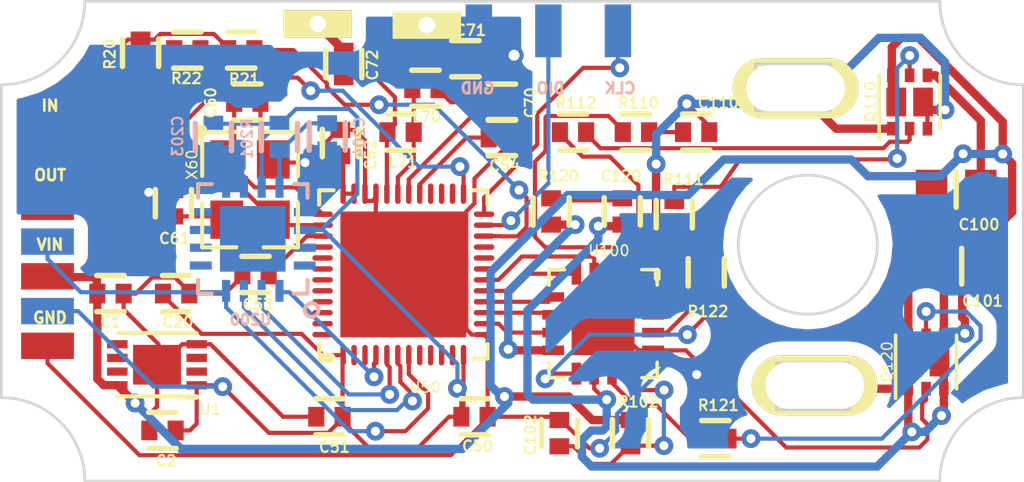
<source format=kicad_pcb>
(kicad_pcb (version 4) (host pcbnew "(2015-03-20 BZR 5526)-product")
  (layers (0 Top signal) (31 Bottom signal) (34 B.Paste user hide) (35 F.Paste user hide) (36 B.SilkS user) (37 F.SilkS user) (38 B.Mask user hide) (39 F.Mask user hide) (44 Edge.Cuts user))
  (net 0 "")
  (net 1 AVDD)
  (net 2 GND)
  (net 3 "Net-(C53-Pad1)")
  (net 4 "Net-(C54-Pad1)")
  (net 5 "Net-(C60-Pad1)")
  (net 6 "Net-(C61-Pad1)")
  (net 7 "Net-(C70-Pad1)")
  (net 8 "Net-(C71-Pad1)")
  (net 9 "Net-(C72-Pad1)")
  (net 10 "Net-(C72-Pad2)")
  (net 11 "Net-(C102-Pad1)")
  (net 12 "Net-(C110-Pad1)")
  (net 13 "Net-(C120-Pad1)")
  (net 14 "Net-(JP2-Pad3)")
  (net 15 "Net-(JP2-Pad4)")
  (net 16 "Net-(JP4-Pad2)")
  (net 17 "Net-(JP4-Pad1)")
  (net 18 "Net-(JP5-Pad2)")
  (net 19 "Net-(Q110-Pad2)")
  (net 20 "Net-(Q110-Pad5)")
  (net 21 "Net-(Q120-Pad2)")
  (net 22 "Net-(Q120-Pad5)")
  (net 23 /UNIPOLAR_INPUT)
  (net 24 /UNIPOLAR_OUTPUT)
  (net 25 "Net-(R110-Pad1)")
  (net 26 "Net-(R111-Pad1)")
  (net 27 "Net-(R112-Pad1)")
  (net 28 "Net-(R120-Pad1)")
  (net 29 "Net-(R121-Pad1)")
  (net 30 "Net-(R122-Pad1)")
  (net 31 "Net-(U200-Pad3)")
  (net 32 "Net-(U50-Pad42)")
  (net 33 "Net-(U50-Pad19)")
  (net 34 "Net-(U200-Pad2)")
  (net 35 "Net-(U200-Pad1)")
  (net 36 "Net-(U50-Pad3)")
  (net 37 "Net-(U50-Pad2)")
  (net 38 "Net-(U50-Pad8)")
  (net 39 "Net-(U50-Pad9)")
  (net 40 "Net-(U50-Pad10)")
  (net 41 "Net-(U50-Pad11)")
  (net 42 "Net-(U50-Pad43)")
  (net 43 "Net-(U50-Pad44)")
  (net 44 "Net-(U50-Pad45)")
  (net 45 "Net-(U50-Pad46)")
  (net 46 "Net-(U50-Pad47)")
  (net 47 "Net-(U50-Pad48)")
  (net 48 "Net-(U50-Pad41)")
  (net 49 "Net-(U50-Pad40)")
  (net 50 "Net-(U50-Pad28)")
  (net 51 "Net-(U50-Pad27)")
  (net 52 "Net-(U50-Pad26)")
  (net 53 "Net-(U50-Pad20)")
  (net 54 "Net-(U50-Pad21)")
  (net 55 "Net-(U100-Pad3)")
  (net 56 "Net-(U100-Pad4)")
  (net 57 "Net-(U100-Pad5)")
  (net 58 "Net-(U100-Pad6)")
  (net 59 "Net-(U100-Pad7)")
  (net 60 "Net-(U200-Pad15)")
  (net 61 +3.3V)
  (net 62 "Net-(C204-Pad2)")
  (net 63 /PWR_IN)
  (net 64 /PWR_MotorB)
  (net 65 /PWR_MotorA)
  (module "parts_servo:TESTPOINT-(1X1)CREAMED" (layer Top) (at 145.9865 97.536 180)
    (fp_text reference TP1 hide)
    (fp_text value ANT1 hide)
    (pad TP thru_hole rect (at 0.647319 0.400331 180) (size 2.5 1) (drill 0.6) (layers *.Cu *.Mask F.SilkS) (net 2 GND))
  )
  (module parts_servo:SMDMOTOR (layer Top) (at 159.512 110.2995)
    (fp_text reference JP1 hide)
    (fp_text value M01 hide)
    (pad 1 thru_hole oval (at 0 0) (size 4.6 2.2) (drill oval 3.6 1.7) (layers *.Cu *.Mask F.SilkS) (net 65 /PWR_MotorA))
  )
  (module parts_servo:SMDMOTOR (layer Top) (at 158.8135 99.441)
    (fp_text reference JP3 hide)
    (fp_text value M01 hide)
    (pad 1 thru_hole oval (at 0 0) (size 4.6 2.2) (drill oval 3.6 1.7) (layers *.Cu *.Mask F.SilkS) (net 64 /PWR_MotorB))
  )
  (module parts_servo:SMD_1X3_PADS (layer Bottom) (at 149.780331 97.342681 90)
    (fp_text reference JP4 hide)
    (fp_text value SWD hide)
    (pad 2 smd rect (at 0 0 90) (size 1.9304 0.9652) (layers Bottom B.Paste B.Mask) (net 16 "Net-(JP4-Pad2)"))
    (pad 1 smd rect (at 0 2.54 90) (size 1.9304 0.9652) (layers Bottom B.Paste B.Mask) (net 17 "Net-(JP4-Pad1)"))
    (pad 3 smd rect (at 0 -2.54 90) (size 1.9304 0.9652) (layers Bottom B.Paste B.Mask) (net 2 GND))
  )
  (module parts_servo:0402-B (layer Top) (at 133.780331 106.942681)
    (fp_text reference C1 (at -0.430331 1.261319) (layer F.SilkS) (effects (font (size 0.38608 0.38608) (thickness 0.077216)) (justify left bottom)))
    (fp_text value "1uF 10V" hide)
    (pad 1 smd rect (at -0.48 0) (size 0.59 0.72) (layers Top F.Paste F.Mask) (net 63 /PWR_IN))
    (pad 2 smd rect (at 0.48 0) (size 0.59 0.72) (layers Top F.Paste F.Mask) (net 2 GND))
  )
  (module parts_servo:0402-B (layer Top) (at 135.680331 111.942681 180)
    (fp_text reference C2 (at 0.298331 -1.341319 180) (layer F.SilkS) (effects (font (size 0.38608 0.38608) (thickness 0.077216)) (justify left bottom)))
    (fp_text value 1uF hide)
    (pad 1 smd rect (at -0.48 0 180) (size 0.59 0.72) (layers Top F.Paste F.Mask) (net 61 +3.3V))
    (pad 2 smd rect (at 0.48 0 180) (size 0.59 0.72) (layers Top F.Paste F.Mask) (net 2 GND))
  )
  (module parts_servo:0402-B (layer Top) (at 136.180331 106.942681)
    (fp_text reference C20 (at -0.544331 1.261319) (layer F.SilkS) (effects (font (size 0.38608 0.38608) (thickness 0.077216)) (justify left bottom)))
    (fp_text value 0.1uF hide)
    (pad 1 smd rect (at -0.48 0) (size 0.59 0.72) (layers Top F.Paste F.Mask) (net 61 +3.3V))
    (pad 2 smd rect (at 0.48 0) (size 0.59 0.72) (layers Top F.Paste F.Mask) (net 2 GND))
  )
  (module parts_servo:0402-B (layer Top) (at 147.080331 111.442681)
    (fp_text reference C50 (at -0.5 1.3) (layer F.SilkS) (effects (font (size 0.38608 0.38608) (thickness 0.077216)) (justify left bottom)))
    (fp_text value 0.1uF hide)
    (pad 1 smd rect (at -0.48 0) (size 0.59 0.72) (layers Top F.Paste F.Mask) (net 61 +3.3V))
    (pad 2 smd rect (at 0.48 0) (size 0.59 0.72) (layers Top F.Paste F.Mask) (net 2 GND))
  )
  (module parts_servo:0402-B (layer Top) (at 141.780331 111.442681 180)
    (fp_text reference C51 (at 0.429331 -1.333319 180) (layer F.SilkS) (effects (font (size 0.38608 0.38608) (thickness 0.077216)) (justify left bottom)))
    (fp_text value 0.1uF hide)
    (pad 1 smd rect (at -0.48 0 180) (size 0.59 0.72) (layers Top F.Paste F.Mask) (net 61 +3.3V))
    (pad 2 smd rect (at 0.48 0 180) (size 0.59 0.72) (layers Top F.Paste F.Mask) (net 2 GND))
  )
  (module parts_servo:0402-B (layer Top) (at 142.180331 101.442681 90)
    (fp_text reference C52 (at -1.046319 1.329669 90) (layer F.SilkS) (effects (font (size 0.38608 0.38608) (thickness 0.077216)) (justify left bottom)))
    (fp_text value 0.001uF hide)
    (pad 1 smd rect (at -0.48 0 90) (size 0.59 0.72) (layers Top F.Paste F.Mask) (net 1 AVDD))
    (pad 2 smd rect (at 0.48 0 90) (size 0.59 0.72) (layers Top F.Paste F.Mask) (net 2 GND))
  )
  (module parts_servo:0402-B (layer Top) (at 139.080331 106.242681 180)
    (fp_text reference C53 (at 0.523331 -1.326319 180) (layer F.SilkS) (effects (font (size 0.38608 0.38608) (thickness 0.077216)) (justify left bottom)))
    (fp_text value 0.1uF hide)
    (pad 1 smd rect (at -0.48 0 180) (size 0.59 0.72) (layers Top F.Paste F.Mask) (net 3 "Net-(C53-Pad1)"))
    (pad 2 smd rect (at 0.48 0 180) (size 0.59 0.72) (layers Top F.Paste F.Mask) (net 2 GND))
  )
  (module parts_servo:0402-B (layer Top) (at 148.080331 101.242681)
    (fp_text reference C54 (at -0.506331 1.246319) (layer F.SilkS) (effects (font (size 0.38608 0.38608) (thickness 0.077216)) (justify left bottom)))
    (fp_text value 0.047uF hide)
    (pad 1 smd rect (at -0.48 0) (size 0.59 0.72) (layers Top F.Paste F.Mask) (net 4 "Net-(C54-Pad1)"))
    (pad 2 smd rect (at 0.48 0) (size 0.59 0.72) (layers Top F.Paste F.Mask) (net 2 GND))
  )
  (module parts_servo:0402-B (layer Top) (at 138.780331 99.942681)
    (fp_text reference C60 (at -1.112331 0.641319 90) (layer F.SilkS) (effects (font (size 0.38608 0.38608) (thickness 0.077216)) (justify left bottom)))
    (fp_text value 8pF hide)
    (pad 1 smd rect (at -0.48 0) (size 0.59 0.72) (layers Top F.Paste F.Mask) (net 5 "Net-(C60-Pad1)"))
    (pad 2 smd rect (at 0.48 0) (size 0.59 0.72) (layers Top F.Paste F.Mask) (net 2 GND))
  )
  (module parts_servo:0402-B (layer Top) (at 136.080331 103.642681 270)
    (fp_text reference C61 (at 1.513319 0.571331 360) (layer F.SilkS) (effects (font (size 0.38608 0.38608) (thickness 0.077216)) (justify left bottom)))
    (fp_text value 8pF hide)
    (pad 1 smd rect (at -0.48 0 270) (size 0.59 0.72) (layers Top F.Paste F.Mask) (net 6 "Net-(C61-Pad1)"))
    (pad 2 smd rect (at 0.48 0 270) (size 0.59 0.72) (layers Top F.Paste F.Mask) (net 2 GND))
  )
  (module parts_servo:0402-B (layer Top) (at 148.082 99.949)
    (fp_text reference C70 (at 1.271669 0.633319 90) (layer F.SilkS) (effects (font (size 0.38608 0.38608) (thickness 0.077216)) (justify left bottom)))
    (fp_text value 0.0022uF hide)
    (pad 1 smd rect (at -0.48 0) (size 0.59 0.72) (layers Top F.Paste F.Mask) (net 7 "Net-(C70-Pad1)"))
    (pad 2 smd rect (at 0.48 0) (size 0.59 0.72) (layers Top F.Paste F.Mask) (net 2 GND))
  )
  (module parts_servo:0402-B (layer Top) (at 146.7485 98.3615)
    (fp_text reference C71 (at -0.422331 -0.814681) (layer F.SilkS) (effects (font (size 0.38608 0.38608) (thickness 0.077216)) (justify left bottom)))
    (fp_text value np hide)
    (pad 1 smd rect (at -0.48 0) (size 0.59 0.72) (layers Top F.Paste F.Mask) (net 8 "Net-(C71-Pad1)"))
    (pad 2 smd rect (at 0.48 0) (size 0.59 0.72) (layers Top F.Paste F.Mask) (net 2 GND))
  )
  (module parts_servo:0402-B (layer Top) (at 142.3035 98.552 90)
    (fp_text reference C72 (at -0.652319 1.272669 90) (layer F.SilkS) (effects (font (size 0.38608 0.38608) (thickness 0.077216)) (justify left bottom)))
    (fp_text value 2,2pF hide)
    (pad 1 smd rect (at -0.48 0 90) (size 0.59 0.72) (layers Top F.Paste F.Mask) (net 9 "Net-(C72-Pad1)"))
    (pad 2 smd rect (at 0.48 0 90) (size 0.59 0.72) (layers Top F.Paste F.Mask) (net 10 "Net-(C72-Pad2)"))
  )
  (module parts_servo:0805-B (layer Top) (at 164.680331 103.142681)
    (fp_text reference C100 (at 0.038669 1.505319) (layer F.SilkS) (effects (font (size 0.38608 0.38608) (thickness 0.077216)) (justify left bottom)))
    (fp_text value "10uF 10V" hide)
    (pad 1 smd rect (at -0.9 0) (size 1.15 1.45) (layers Top F.Paste F.Mask) (net 63 /PWR_IN))
    (pad 2 smd rect (at 0.9 0) (size 1.15 1.45) (layers Top F.Paste F.Mask) (net 2 GND))
  )
  (module parts_servo:0805-B (layer Top) (at 164.880331 105.942681 180)
    (fp_text reference C101 (at 0.034331 -1.499319 180) (layer F.SilkS) (effects (font (size 0.38608 0.38608) (thickness 0.077216)) (justify left bottom)))
    (fp_text value "10uF 10V" hide)
    (pad 1 smd rect (at -0.9 0 180) (size 1.15 1.45) (layers Top F.Paste F.Mask) (net 63 /PWR_IN))
    (pad 2 smd rect (at 0.9 0 180) (size 1.15 1.45) (layers Top F.Paste F.Mask) (net 2 GND))
  )
  (module parts_servo:0402-B (layer Top) (at 150.180331 112.042681 90)
    (fp_text reference C102 (at -0.860319 -0.828331 90) (layer F.SilkS) (effects (font (size 0.38608 0.38608) (thickness 0.077216)) (justify left bottom)))
    (fp_text value 1uF hide)
    (pad 1 smd rect (at -0.48 0 90) (size 0.59 0.72) (layers Top F.Paste F.Mask) (net 11 "Net-(C102-Pad1)"))
    (pad 2 smd rect (at 0.48 0 90) (size 0.59 0.72) (layers Top F.Paste F.Mask) (net 2 GND))
  )
  (module parts_servo:0402-B (layer Top) (at 155.180331 101.042681)
    (fp_text reference C110 (at 0.013669 -0.839681) (layer F.SilkS) (effects (font (size 0.38608 0.38608) (thickness 0.077216)) (justify left bottom)))
    (fp_text value 1uF hide)
    (pad 1 smd rect (at -0.48 0) (size 0.59 0.72) (layers Top F.Paste F.Mask) (net 12 "Net-(C110-Pad1)"))
    (pad 2 smd rect (at 0.48 0) (size 0.59 0.72) (layers Top F.Paste F.Mask) (net 64 /PWR_MotorB))
  )
  (module parts_servo:0402-B (layer Top) (at 152.480331 103.942681 270)
    (fp_text reference C120 (at -1.072681 0.842331 360) (layer F.SilkS) (effects (font (size 0.38608 0.38608) (thickness 0.077216)) (justify left bottom)))
    (fp_text value 1uF hide)
    (pad 1 smd rect (at -0.48 0 270) (size 0.59 0.72) (layers Top F.Paste F.Mask) (net 13 "Net-(C120-Pad1)"))
    (pad 2 smd rect (at 0.48 0 270) (size 0.59 0.72) (layers Top F.Paste F.Mask) (net 65 /PWR_MotorA))
  )
  (module parts_servo:0402-B (layer Bottom) (at 137.541 101.219 270)
    (fp_text reference C203 (at -0.8255 1.0795 270) (layer B.SilkS) (effects (font (size 0.38608 0.38608) (thickness 0.077216)) (justify left bottom mirror)))
    (fp_text value 0.1uF hide)
    (pad 1 smd rect (at -0.48 0 270) (size 0.59 0.72) (layers Bottom B.Paste B.Mask) (net 61 +3.3V))
    (pad 2 smd rect (at 0.48 0 270) (size 0.59 0.72) (layers Bottom B.Paste B.Mask) (net 2 GND))
  )
  (module parts_servo:0402-B (layer Bottom) (at 141.7 101.2 90)
    (fp_text reference C204 (at 0.762 1.397 90) (layer B.SilkS) (effects (font (size 0.38608 0.38608) (thickness 0.077216)) (justify left bottom mirror)))
    (fp_text value 4u7 hide)
    (pad 1 smd rect (at -0.48 0 90) (size 0.59 0.72) (layers Bottom B.Paste B.Mask) (net 2 GND))
    (pad 2 smd rect (at 0.48 0 90) (size 0.59 0.72) (layers Bottom B.Paste B.Mask) (net 62 "Net-(C204-Pad2)"))
  )
  (module parts_servo:SMD_1X4_HEADER (layer Top) (at 131.480331 105.042681 180)
    (fp_text reference JP2 hide)
    (fp_text value Input hide)
    (pad 2 smd rect (at 0 -1.27 180) (size 1.9304 0.9652) (layers Top F.Paste F.Mask) (net 63 /PWR_IN))
    (pad 1 smd rect (at 0 -3.81 180) (size 1.9304 0.9652) (layers Top F.Paste F.Mask) (net 2 GND))
    (pad 3 smd rect (at 0 1.27 180) (size 1.9304 0.9652) (layers Top F.Paste F.Mask) (net 14 "Net-(JP2-Pad3)"))
    (pad 4 smd rect (at 0 3.81 180) (size 1.9304 0.9652) (layers Top F.Paste F.Mask) (net 15 "Net-(JP2-Pad4)"))
  )
  (module parts_servo:SMD_1X3_PADS (layer Bottom) (at 131.480331 105.042681 180)
    (fp_text reference JP5 hide)
    (fp_text value POT hide)
    (pad 2 smd rect (at 0 0 180) (size 1.9304 0.9652) (layers Bottom B.Paste B.Mask) (net 18 "Net-(JP5-Pad2)"))
    (pad 1 smd rect (at 0 2.54 180) (size 1.9304 0.9652) (layers Bottom B.Paste B.Mask) (net 2 GND))
    (pad 3 smd rect (at 0 -2.54 180) (size 1.9304 0.9652) (layers Bottom B.Paste B.Mask) (net 61 +3.3V))
  )
  (module parts_servo:0402-B (layer Top) (at 145.288 99.441)
    (fp_text reference L70 (at -0.538331 1.268319) (layer F.SilkS) (effects (font (size 0.38608 0.38608) (thickness 0.077216)) (justify left bottom)))
    (fp_text value 10nH hide)
    (pad 1 smd rect (at -0.48 0) (size 0.59 0.72) (layers Top F.Paste F.Mask) (net 8 "Net-(C71-Pad1)"))
    (pad 2 smd rect (at 0.48 0) (size 0.59 0.72) (layers Top F.Paste F.Mask) (net 7 "Net-(C70-Pad1)"))
  )
  (module parts_servo:0402-B (layer Top) (at 144.380331 101.042681)
    (fp_text reference L71 (at -0.489331 1.319319) (layer F.SilkS) (effects (font (size 0.38608 0.38608) (thickness 0.077216)) (justify left bottom)))
    (fp_text value 4.7nH hide)
    (pad 1 smd rect (at -0.48 0) (size 0.59 0.72) (layers Top F.Paste F.Mask) (net 9 "Net-(C72-Pad1)"))
    (pad 2 smd rect (at 0.48 0) (size 0.59 0.72) (layers Top F.Paste F.Mask) (net 8 "Net-(C71-Pad1)"))
  )
  (module parts_servo:0402-B (layer Top) (at 134.880331 98.142681 270)
    (fp_text reference R20 (at 0.663319 0.895331 270) (layer F.SilkS) (effects (font (size 0.38608 0.38608) (thickness 0.077216)) (justify left bottom)))
    (fp_text value "120 (np)" hide)
    (pad 1 smd rect (at -0.48 0 270) (size 0.59 0.72) (layers Top F.Paste F.Mask) (net 15 "Net-(JP2-Pad4)"))
    (pad 2 smd rect (at 0.48 0 270) (size 0.59 0.72) (layers Top F.Paste F.Mask) (net 14 "Net-(JP2-Pad3)"))
  )
  (module parts_servo:0402-B (layer Top) (at 138.557 98.044)
    (fp_text reference R21 (at -0.499331 1.290319) (layer F.SilkS) (effects (font (size 0.38608 0.38608) (thickness 0.077216)) (justify left bottom)))
    (fp_text value "4.7K (np)" hide)
    (pad 1 smd rect (at -0.48 0) (size 0.59 0.72) (layers Top F.Paste F.Mask) (net 15 "Net-(JP2-Pad4)"))
    (pad 2 smd rect (at 0.48 0) (size 0.59 0.72) (layers Top F.Paste F.Mask) (net 23 /UNIPOLAR_INPUT))
  )
  (module parts_servo:0402-B (layer Top) (at 136.5885 98.044)
    (fp_text reference R22 (at -0.647331 1.263319) (layer F.SilkS) (effects (font (size 0.38608 0.38608) (thickness 0.077216)) (justify left bottom)))
    (fp_text value "4.7K (np)" hide)
    (pad 1 smd rect (at -0.48 0) (size 0.59 0.72) (layers Top F.Paste F.Mask) (net 14 "Net-(JP2-Pad3)"))
    (pad 2 smd rect (at 0.48 0) (size 0.59 0.72) (layers Top F.Paste F.Mask) (net 24 /UNIPOLAR_OUTPUT))
  )
  (module parts_servo:0402-B (layer Top) (at 152.780331 112.042681 90)
    (fp_text reference R102 (at 0.917681 -0.507331 180) (layer F.SilkS) (effects (font (size 0.38608 0.38608) (thickness 0.077216)) (justify left bottom)))
    (fp_text value 2.2 hide)
    (pad 1 smd rect (at -0.48 0 90) (size 0.59 0.72) (layers Top F.Paste F.Mask) (net 11 "Net-(C102-Pad1)"))
    (pad 2 smd rect (at 0.48 0 90) (size 0.59 0.72) (layers Top F.Paste F.Mask) (net 63 /PWR_IN))
  )
  (module parts_servo:0402-B (layer Top) (at 152.980331 101.042681)
    (fp_text reference R110 (at -0.707331 -0.839681) (layer F.SilkS) (effects (font (size 0.38608 0.38608) (thickness 0.077216)) (justify left bottom)))
    (fp_text value 1 hide)
    (pad 1 smd rect (at -0.48 0) (size 0.59 0.72) (layers Top F.Paste F.Mask) (net 25 "Net-(R110-Pad1)"))
    (pad 2 smd rect (at 0.48 0) (size 0.59 0.72) (layers Top F.Paste F.Mask) (net 12 "Net-(C110-Pad1)"))
  )
  (module parts_servo:0402-B (layer Top) (at 154.380331 104.042681 90)
    (fp_text reference R111 (at 1.045681 -0.456331 180) (layer F.SilkS) (effects (font (size 0.38608 0.38608) (thickness 0.077216)) (justify left bottom)))
    (fp_text value 2.2 hide)
    (pad 1 smd rect (at -0.48 0 90) (size 0.59 0.72) (layers Top F.Paste F.Mask) (net 26 "Net-(R111-Pad1)"))
    (pad 2 smd rect (at 0.48 0 90) (size 0.59 0.72) (layers Top F.Paste F.Mask) (net 20 "Net-(Q110-Pad5)"))
  )
  (module parts_servo:0402-B (layer Top) (at 150.680331 101.042681)
    (fp_text reference R112 (at -0.693331 -0.839681) (layer F.SilkS) (effects (font (size 0.38608 0.38608) (thickness 0.077216)) (justify left bottom)))
    (fp_text value 2.2 hide)
    (pad 1 smd rect (at -0.48 0) (size 0.59 0.72) (layers Top F.Paste F.Mask) (net 27 "Net-(R112-Pad1)"))
    (pad 2 smd rect (at 0.48 0) (size 0.59 0.72) (layers Top F.Paste F.Mask) (net 19 "Net-(Q110-Pad2)"))
  )
  (module parts_servo:0402-B (layer Top) (at 149.880331 103.942681 90)
    (fp_text reference R120 (at 1.072681 -0.528331 180) (layer F.SilkS) (effects (font (size 0.38608 0.38608) (thickness 0.077216)) (justify left bottom)))
    (fp_text value 1 hide)
    (pad 1 smd rect (at -0.48 0 90) (size 0.59 0.72) (layers Top F.Paste F.Mask) (net 28 "Net-(R120-Pad1)"))
    (pad 2 smd rect (at 0.48 0 90) (size 0.59 0.72) (layers Top F.Paste F.Mask) (net 13 "Net-(C120-Pad1)"))
  )
  (module parts_servo:0402-B (layer Top) (at 155.880331 112.242681)
    (fp_text reference R121 (at -0.686331 -0.990681) (layer F.SilkS) (effects (font (size 0.38608 0.38608) (thickness 0.077216)) (justify left bottom)))
    (fp_text value 2.2 hide)
    (pad 1 smd rect (at -0.48 0) (size 0.59 0.72) (layers Top F.Paste F.Mask) (net 29 "Net-(R121-Pad1)"))
    (pad 2 smd rect (at 0.48 0) (size 0.59 0.72) (layers Top F.Paste F.Mask) (net 22 "Net-(Q120-Pad5)"))
  )
  (module parts_servo:0402-B (layer Top) (at 155.548231 106.167081 90)
    (fp_text reference R122 (at -1.655919 -0.735231 180) (layer F.SilkS) (effects (font (size 0.38608 0.38608) (thickness 0.077216)) (justify left bottom)))
    (fp_text value 2.2 hide)
    (pad 1 smd rect (at -0.48 0 90) (size 0.59 0.72) (layers Top F.Paste F.Mask) (net 30 "Net-(R122-Pad1)"))
    (pad 2 smd rect (at 0.48 0 90) (size 0.59 0.72) (layers Top F.Paste F.Mask) (net 21 "Net-(Q120-Pad2)"))
  )
  (module parts_servo:0402-B (layer Bottom) (at 139.954 101.219 90)
    (fp_text reference R201 (at 0.727669 -0.958681 90) (layer B.SilkS) (effects (font (size 0.38608 0.38608) (thickness 0.077216)) (justify left bottom mirror)))
    (fp_text value 15 hide)
    (pad 1 smd rect (at -0.48 0 90) (size 0.59 0.72) (layers Bottom B.Paste B.Mask) (net 62 "Net-(C204-Pad2)"))
    (pad 2 smd rect (at 0.48 0 90) (size 0.59 0.72) (layers Bottom B.Paste B.Mask) (net 61 +3.3V))
  )
  (module "parts_servo:TESTPOINT-(1X1)CREAMED" (layer Top) (at 141.351 97.0915)
    (fp_text reference TP2 hide)
    (fp_text value ANT_FEED hide)
    (pad TP thru_hole rect (at 0 0) (size 2.5 1) (drill 0.6) (layers *.Cu *.Mask F.SilkS) (net 10 "Net-(C72-Pad2)"))
  )
  (module "parts_servo:CRYSTAL-3.2X2.5(4_TERMINAL)" (layer Top) (at 138.880331 103.142681 270)
    (fp_text reference X60 (at -1.5 2.35 450) (layer F.SilkS) (effects (font (size 0.38608 0.38608) (thickness 0.057912)) (justify right top)))
    (fp_text value 16MHz hide)
    (pad 1 smd rect (at -1.1 0.85 270) (size 1.4 1.2) (layers Top F.Paste F.Mask) (net 5 "Net-(C60-Pad1)"))
    (pad 4 smd rect (at -1.1 -0.85 270) (size 1.4 1.2) (layers Top F.Paste F.Mask) (net 2 GND))
    (pad 3 smd rect (at 1.1 -0.85 90) (size 1.4 1.2) (layers Top F.Paste F.Mask) (net 6 "Net-(C61-Pad1)"))
    (pad 2 smd rect (at 1.1 0.85 90) (size 1.4 1.2) (layers Top F.Paste F.Mask) (net 2 GND))
  )
  (module parts_servo:PMDPB28UN (layer Top) (at 162.980331 99.942681 90)
    (fp_text reference Q110 (at 0.8 -1.65 90) (layer F.SilkS) (effects (font (size 0.38608 0.38608) (thickness 0.057912)) (justify right top)))
    (fp_text value NFET-DUAL hide)
    (pad P7 smd rect (at 0 -0.49 90) (size 1.05 0.72) (layers Top F.Paste F.Mask) (net 63 /PWR_IN))
    (pad P8 smd rect (at 0 0.49 90) (size 1.05 0.72) (layers Top F.Paste F.Mask) (net 64 /PWR_MotorB))
    (pad 2 smd rect (at -0.975 0 90) (size 0.5 0.35) (layers Top F.Paste F.Mask) (net 19 "Net-(Q110-Pad2)"))
    (pad 5 smd rect (at 0.975 0 90) (size 0.5 0.35) (layers Top F.Paste F.Mask) (net 20 "Net-(Q110-Pad5)"))
    (pad 1 smd rect (at -0.975 -0.65 90) (size 0.5 0.35) (layers Top F.Paste F.Mask) (net 64 /PWR_MotorB))
    (pad 3 smd rect (at -0.975 0.65 90) (size 0.5 0.35) (layers Top F.Paste F.Mask) (net 64 /PWR_MotorB))
    (pad 4 smd rect (at 0.975 0.65 90) (size 0.5 0.35) (layers Top F.Paste F.Mask) (net 2 GND))
    (pad 6 smd rect (at 0.975 -0.65 90) (size 0.5 0.35) (layers Top F.Paste F.Mask) (net 63 /PWR_IN))
  )
  (module parts_servo:PMDPB28UN (layer Top) (at 163.580331 109.442681 90)
    (fp_text reference Q120 (at 0.8 -1.65 90) (layer F.SilkS) (effects (font (size 0.38608 0.38608) (thickness 0.057912)) (justify right top)))
    (fp_text value NFET-DUAL hide)
    (pad P7 smd rect (at 0 -0.49 90) (size 1.05 0.72) (layers Top F.Paste F.Mask) (net 63 /PWR_IN))
    (pad P8 smd rect (at 0 0.49 90) (size 1.05 0.72) (layers Top F.Paste F.Mask) (net 65 /PWR_MotorA))
    (pad 2 smd rect (at -0.975 0 90) (size 0.5 0.35) (layers Top F.Paste F.Mask) (net 21 "Net-(Q120-Pad2)"))
    (pad 5 smd rect (at 0.975 0 90) (size 0.5 0.35) (layers Top F.Paste F.Mask) (net 22 "Net-(Q120-Pad5)"))
    (pad 1 smd rect (at -0.975 -0.65 90) (size 0.5 0.35) (layers Top F.Paste F.Mask) (net 65 /PWR_MotorA))
    (pad 3 smd rect (at -0.975 0.65 90) (size 0.5 0.35) (layers Top F.Paste F.Mask) (net 65 /PWR_MotorA))
    (pad 4 smd rect (at 0.975 0.65 90) (size 0.5 0.35) (layers Top F.Paste F.Mask) (net 2 GND))
    (pad 6 smd rect (at 0.975 -0.65 90) (size 0.5 0.35) (layers Top F.Paste F.Mask) (net 63 /PWR_IN))
  )
  (module parts_servo:MCP1703 (layer Top) (at 135.480331 109.542681 180)
    (fp_text reference U1 (at -1.519669 -1.857319 360) (layer F.SilkS) (effects (font (size 0.38608 0.38608) (thickness 0.057912)) (justify left bottom)))
    (fp_text value MCP1703-3302 hide)
    (pad 2 smd rect (at -1.45 -0.25 180) (size 0.75 0.3) (layers Top F.Paste F.Mask))
    (pad 7 smd rect (at 1.45 -0.25 180) (size 0.75 0.3) (layers Top F.Paste F.Mask))
    (pad PAD smd rect (at 0 0 180) (size 1.75 1.45) (layers Top F.Mask) (net 2 GND))
    (pad 3 smd rect (at -1.45 0.25 180) (size 0.75 0.3) (layers Top F.Paste F.Mask))
    (pad 4 smd rect (at -1.45 0.75 180) (size 0.75 0.3) (layers Top F.Paste F.Mask) (net 2 GND))
    (pad 1 smd rect (at -1.45 -0.75 180) (size 0.75 0.3) (layers Top F.Paste F.Mask) (net 61 +3.3V))
    (pad 8 smd rect (at 1.45 -0.75 180) (size 0.75 0.3) (layers Top F.Paste F.Mask) (net 63 /PWR_IN))
    (pad 6 smd rect (at 1.45 0.25 180) (size 0.75 0.3) (layers Top F.Paste F.Mask))
    (pad 5 smd rect (at 1.45 0.75 180) (size 0.75 0.3) (layers Top F.Paste F.Mask))
  )
  (module parts_servo:NRF51822 (layer Top) (at 144.480331 106.242681 90)
    (fp_text reference U50 (at -3.9 1.4 360) (layer F.SilkS) (effects (font (size 0.38608 0.38608) (thickness 0.057912)) (justify right top)))
    (fp_text value NRF51822 hide)
    (pad 6 smd oval (at -2.95 -0.2 90) (size 0.75 0.2) (layers Top F.Paste F.Mask) (net 31 "Net-(U200-Pad3)"))
    (pad 42 smd oval (at 0.2 -2.95 90) (size 0.2 0.75) (layers Top F.Paste F.Mask) (net 32 "Net-(U50-Pad42)"))
    (pad 19 smd oval (at 0.2 2.95 90) (size 0.2 0.75) (layers Top F.Paste F.Mask) (net 33 "Net-(U50-Pad19)"))
    (pad 31 smd oval (at 2.95 -0.2 90) (size 0.75 0.2) (layers Top F.Paste F.Mask) (net 8 "Net-(C71-Pad1)"))
    (pad 5 smd oval (at -2.95 -0.6 90) (size 0.75 0.2) (layers Top F.Paste F.Mask) (net 34 "Net-(U200-Pad2)"))
    (pad 4 smd oval (at -2.95 -1 90) (size 0.75 0.2) (layers Top F.Paste F.Mask) (net 35 "Net-(U200-Pad1)"))
    (pad 3 smd oval (at -2.95 -1.4 90) (size 0.75 0.2) (layers Top F.Paste F.Mask) (net 36 "Net-(U50-Pad3)"))
    (pad 2 smd oval (at -2.95 -1.8 90) (size 0.75 0.2) (layers Top F.Paste F.Mask) (net 37 "Net-(U50-Pad2)"))
    (pad 1 smd oval (at -2.95 -2.2 90) (size 0.75 0.2) (layers Top F.Paste F.Mask) (net 61 +3.3V))
    (pad 7 smd oval (at -2.95 0.2 90) (size 0.75 0.2) (layers Top F.Paste F.Mask) (net 18 "Net-(JP5-Pad2)"))
    (pad 8 smd oval (at -2.95 0.6 90) (size 0.75 0.2) (layers Top F.Paste F.Mask) (net 38 "Net-(U50-Pad8)"))
    (pad 9 smd oval (at -2.95 1 90) (size 0.75 0.2) (layers Top F.Paste F.Mask) (net 39 "Net-(U50-Pad9)"))
    (pad 10 smd oval (at -2.95 1.4 90) (size 0.75 0.2) (layers Top F.Paste F.Mask) (net 40 "Net-(U50-Pad10)"))
    (pad 11 smd oval (at -2.95 1.8 90) (size 0.75 0.2) (layers Top F.Paste F.Mask) (net 41 "Net-(U50-Pad11)"))
    (pad 12 smd oval (at -2.95 2.2 90) (size 0.75 0.2) (layers Top F.Paste F.Mask) (net 61 +3.3V))
    (pad 43 smd oval (at -0.2 -2.95 90) (size 0.2 0.75) (layers Top F.Paste F.Mask) (net 42 "Net-(U50-Pad43)"))
    (pad 44 smd oval (at -0.6 -2.95 90) (size 0.2 0.75) (layers Top F.Paste F.Mask) (net 43 "Net-(U50-Pad44)"))
    (pad 45 smd oval (at -1 -2.95 90) (size 0.2 0.75) (layers Top F.Paste F.Mask) (net 44 "Net-(U50-Pad45)"))
    (pad 46 smd oval (at -1.4 -2.95 90) (size 0.2 0.75) (layers Top F.Paste F.Mask) (net 45 "Net-(U50-Pad46)"))
    (pad 47 smd oval (at -1.8 -2.95 90) (size 0.2 0.75) (layers Top F.Paste F.Mask) (net 46 "Net-(U50-Pad47)"))
    (pad 48 smd oval (at -2.2 -2.95 90) (size 0.2 0.75) (layers Top F.Paste F.Mask) (net 47 "Net-(U50-Pad48)"))
    (pad 41 smd oval (at 0.6 -2.95 90) (size 0.2 0.75) (layers Top F.Paste F.Mask) (net 48 "Net-(U50-Pad41)"))
    (pad 40 smd oval (at 1 -2.95 90) (size 0.2 0.75) (layers Top F.Paste F.Mask) (net 49 "Net-(U50-Pad40)"))
    (pad 39 smd oval (at 1.4 -2.95 90) (size 0.2 0.75) (layers Top F.Paste F.Mask) (net 3 "Net-(C53-Pad1)"))
    (pad 38 smd oval (at 1.8 -2.95 90) (size 0.2 0.75) (layers Top F.Paste F.Mask) (net 6 "Net-(C61-Pad1)"))
    (pad 37 smd oval (at 2.2 -2.95 90) (size 0.2 0.75) (layers Top F.Paste F.Mask) (net 5 "Net-(C60-Pad1)"))
    (pad 32 smd oval (at 2.95 -0.6 90) (size 0.75 0.2) (layers Top F.Paste F.Mask) (net 9 "Net-(C72-Pad1)"))
    (pad 33 smd oval (at 2.95 -1 90) (size 0.75 0.2) (layers Top F.Paste F.Mask) (net 2 GND))
    (pad 34 smd oval (at 2.95 -1.4 90) (size 0.75 0.2) (layers Top F.Paste F.Mask) (net 2 GND))
    (pad 35 smd oval (at 2.95 -1.8 90) (size 0.75 0.2) (layers Top F.Paste F.Mask) (net 1 AVDD))
    (pad 36 smd oval (at 2.95 -2.2 90) (size 0.75 0.2) (layers Top F.Paste F.Mask) (net 1 AVDD))
    (pad 30 smd oval (at 2.95 0.2 90) (size 0.75 0.2) (layers Top F.Paste F.Mask) (net 7 "Net-(C70-Pad1)"))
    (pad 29 smd oval (at 2.95 0.6 90) (size 0.75 0.2) (layers Top F.Paste F.Mask) (net 4 "Net-(C54-Pad1)"))
    (pad 28 smd oval (at 2.95 1 90) (size 0.75 0.2) (layers Top F.Paste F.Mask) (net 50 "Net-(U50-Pad28)"))
    (pad 27 smd oval (at 2.95 1.4 90) (size 0.75 0.2) (layers Top F.Paste F.Mask) (net 51 "Net-(U50-Pad27)"))
    (pad 26 smd oval (at 2.95 1.8 90) (size 0.75 0.2) (layers Top F.Paste F.Mask) (net 52 "Net-(U50-Pad26)"))
    (pad 25 smd oval (at 2.95 2.2 90) (size 0.75 0.2) (layers Top F.Paste F.Mask) (net 24 /UNIPOLAR_OUTPUT))
    (pad 20 smd oval (at 0.6 2.95 90) (size 0.2 0.75) (layers Top F.Paste F.Mask) (net 53 "Net-(U50-Pad20)"))
    (pad 21 smd oval (at 1 2.95 90) (size 0.2 0.75) (layers Top F.Paste F.Mask) (net 54 "Net-(U50-Pad21)"))
    (pad 22 smd oval (at 1.4 2.95 90) (size 0.2 0.75) (layers Top F.Paste F.Mask) (net 23 /UNIPOLAR_INPUT))
    (pad 23 smd oval (at 1.8 2.95 90) (size 0.2 0.75) (layers Top F.Paste F.Mask) (net 16 "Net-(JP4-Pad2)"))
    (pad 24 smd oval (at 2.2 2.95 90) (size 0.2 0.75) (layers Top F.Paste F.Mask) (net 17 "Net-(JP4-Pad1)"))
    (pad 18 smd oval (at -0.2 2.95 90) (size 0.2 0.75) (layers Top F.Paste F.Mask) (net 55 "Net-(U100-Pad3)"))
    (pad 17 smd oval (at -0.6 2.95 90) (size 0.2 0.75) (layers Top F.Paste F.Mask) (net 56 "Net-(U100-Pad4)"))
    (pad 16 smd oval (at -1 2.95 90) (size 0.2 0.75) (layers Top F.Paste F.Mask) (net 57 "Net-(U100-Pad5)"))
    (pad 15 smd oval (at -1.4 2.95 90) (size 0.2 0.75) (layers Top F.Paste F.Mask) (net 58 "Net-(U100-Pad6)"))
    (pad 14 smd oval (at -1.8 2.95 90) (size 0.2 0.75) (layers Top F.Paste F.Mask) (net 59 "Net-(U100-Pad7)"))
    (pad 13 smd oval (at -2.2 2.95 90) (size 0.2 0.75) (layers Top F.Paste F.Mask) (net 2 GND))
    (pad PAD smd rect (at 0 0 90) (size 4.6 4.6) (layers Top F.Mask) (net 2 GND))
  )
  (module "parts_servo:QFN-16(4X4)+EP" (layer Top) (at 151.780331 108.042681 270)
    (fp_text reference U100 (at -2.442681 0.580331 360) (layer F.SilkS) (effects (font (size 0.38608 0.38608) (thickness 0.057912)) (justify left bottom)))
    (fp_text value RT9625A hide)
    (pad 3 smd rect (at -1.825 0.325 270) (size 0.8 0.35) (layers Top F.Paste F.Mask) (net 55 "Net-(U100-Pad3)"))
    (pad PAD smd rect (at 0 0 270) (size 2.3 2.3) (layers Top F.Mask) (net 2 GND))
    (pad 10 smd rect (at 1.825 0.325 270) (size 0.8 0.35) (layers Top F.Paste F.Mask) (net 65 /PWR_MotorA))
    (pad 15 smd rect (at -0.325 -1.825 270) (size 0.35 0.8) (layers Top F.Paste F.Mask) (net 64 /PWR_MotorB))
    (pad 7 smd rect (at 0.325 1.825 270) (size 0.35 0.8) (layers Top F.Paste F.Mask) (net 59 "Net-(U100-Pad7)"))
    (pad 2 smd rect (at -1.825 -0.325 270) (size 0.8 0.35) (layers Top F.Paste F.Mask) (net 2 GND))
    (pad 1 smd rect (at -1.825 -0.975 270) (size 0.8 0.35) (layers Top F.Paste F.Mask) (net 25 "Net-(R110-Pad1)"))
    (pad 4 smd rect (at -1.825 0.975 270) (size 0.8 0.35) (layers Top F.Paste F.Mask) (net 56 "Net-(U100-Pad4)"))
    (pad 6 smd rect (at -0.325 1.825 270) (size 0.35 0.8) (layers Top F.Paste F.Mask) (net 58 "Net-(U100-Pad6)"))
    (pad 5 smd rect (at -0.975 1.825 270) (size 0.35 0.8) (layers Top F.Paste F.Mask) (net 57 "Net-(U100-Pad5)"))
    (pad 8 smd rect (at 0.975 1.825 270) (size 0.35 0.8) (layers Top F.Paste F.Mask) (net 28 "Net-(R120-Pad1)"))
    (pad 9 smd rect (at 1.825 0.975 270) (size 0.8 0.35) (layers Top F.Paste F.Mask) (net 30 "Net-(R122-Pad1)"))
    (pad 11 smd rect (at 1.825 -0.325 270) (size 0.8 0.35) (layers Top F.Paste F.Mask) (net 29 "Net-(R121-Pad1)"))
    (pad 12 smd rect (at 1.825 -0.975 270) (size 0.8 0.35) (layers Top F.Paste F.Mask) (net 11 "Net-(C102-Pad1)"))
    (pad 14 smd rect (at 0.325 -1.825 270) (size 0.35 0.8) (layers Top F.Paste F.Mask) (net 26 "Net-(R111-Pad1)"))
    (pad 13 smd rect (at 0.975 -1.825 270) (size 0.35 0.8) (layers Top F.Paste F.Mask) (net 2 GND))
    (pad 16 smd rect (at -0.975 -1.825 270) (size 0.35 0.8) (layers Top F.Paste F.Mask) (net 27 "Net-(R112-Pad1)"))
  )
  (module parts_servo:AS5050 (layer Bottom) (at 138.980331 104.942681 90)
    (fp_text reference U200 (at -2.957319 -0.080331 180) (layer B.SilkS) (effects (font (size 0.386 0.386) (thickness 0.0965)) (justify mirror)))
    (fp_text value AS5050 hide)
    (pad PAD smd rect (at 0 0 90) (size 2.4 2.4) (layers Bottom B.Mask))
    (pad 1 smd rect (at -1.9 0.975 90) (size 0.8 0.3) (layers Bottom B.Paste B.Mask) (net 35 "Net-(U200-Pad1)"))
    (pad 2 smd rect (at -1.9 0.325 90) (size 0.8 0.3) (layers Bottom B.Paste B.Mask) (net 34 "Net-(U200-Pad2)"))
    (pad 3 smd rect (at -1.9 -0.325 90) (size 0.8 0.3) (layers Bottom B.Paste B.Mask) (net 31 "Net-(U200-Pad3)"))
    (pad 4 smd rect (at -1.9 -0.975 90) (size 0.8 0.3) (layers Bottom B.Paste B.Mask) (net 18 "Net-(JP5-Pad2)"))
    (pad 5 smd rect (at -0.975 -1.9 90) (size 0.3 0.8) (layers Bottom B.Paste B.Mask))
    (pad 6 smd rect (at -0.325 -1.9 90) (size 0.3 0.8) (layers Bottom B.Paste B.Mask))
    (pad 7 smd rect (at 0.325 -1.9 90) (size 0.3 0.8) (layers Bottom B.Paste B.Mask))
    (pad 8 smd rect (at 0.975 -1.9 90) (size 0.3 0.8) (layers Bottom B.Paste B.Mask))
    (pad 9 smd rect (at 1.9 -0.975 90) (size 0.8 0.3) (layers Bottom B.Paste B.Mask) (net 2 GND))
    (pad 10 smd rect (at 1.9 -0.325 90) (size 0.8 0.3) (layers Bottom B.Paste B.Mask) (net 2 GND))
    (pad 11 smd rect (at 1.9 0.325 90) (size 0.8 0.3) (layers Bottom B.Paste B.Mask) (net 61 +3.3V))
    (pad 12 smd rect (at 1.9 0.975 90) (size 0.8 0.3) (layers Bottom B.Paste B.Mask) (net 62 "Net-(C204-Pad2)"))
    (pad 13 smd rect (at 0.975 1.9 90) (size 0.3 0.8) (layers Bottom B.Paste B.Mask) (net 2 GND))
    (pad 14 smd rect (at 0.325 1.9 90) (size 0.3 0.8) (layers Bottom B.Paste B.Mask) (net 61 +3.3V))
    (pad 15 smd rect (at -0.325 1.9 90) (size 0.3 0.8) (layers Bottom B.Paste B.Mask) (net 60 "Net-(U200-Pad15)"))
    (pad 16 smd rect (at -0.975 1.9 90) (size 0.3 0.8) (layers Bottom B.Paste B.Mask))
  )
  (gr_line (start 157.353 100.2665) (end 157.353 98.552) (angle 90) (layer Edge.Cuts) (width 0.1))
  (gr_line (start 160.0835 100.2665) (end 157.353 100.2665) (angle 90) (layer Edge.Cuts) (width 0.1))
  (gr_line (start 160.0835 98.552) (end 160.0835 100.2665) (angle 90) (layer Edge.Cuts) (width 0.1))
  (gr_line (start 157.353 98.552) (end 160.0835 98.552) (angle 90) (layer Edge.Cuts) (width 0.1))
  (gr_line (start 158.115 109.474) (end 158.1785 109.474) (angle 90) (layer Edge.Cuts) (width 0.1))
  (gr_line (start 158.115 111.1885) (end 158.115 109.474) (angle 90) (layer Edge.Cuts) (width 0.1))
  (gr_line (start 160.782 111.1885) (end 158.115 111.1885) (angle 90) (layer Edge.Cuts) (width 0.1))
  (gr_line (start 160.782 109.474) (end 160.782 111.1885) (angle 90) (layer Edge.Cuts) (width 0.1))
  (gr_line (start 158.1785 109.474) (end 160.782 109.474) (angle 90) (layer Edge.Cuts) (width 0.1))
  (gr_circle (center 159.258 105.156) (end 160.782 103.124) (layer Edge.Cuts) (width 0.1))
  (gr_text GND (at 147.193 99.441) (layer B.SilkS) (effects (font (size 0.4 0.4) (thickness 0.1)) (justify mirror)))
  (gr_text DIO (at 149.86 99.441) (layer B.SilkS) (effects (font (size 0.4 0.4) (thickness 0.1)) (justify mirror)))
  (gr_text CLK (at 152.4 99.441) (layer B.SilkS) (effects (font (size 0.4 0.4) (thickness 0.1)) (justify mirror)))
  (gr_text IN (at 131.572 100.076) (layer F.SilkS) (effects (font (size 0.4 0.4) (thickness 0.1))))
  (gr_text OUT (at 131.572 102.616) (layer F.SilkS) (effects (font (size 0.4 0.4) (thickness 0.1))))
  (gr_text GND (at 131.572 107.823) (layer F.SilkS) (effects (font (size 0.4 0.4) (thickness 0.1))))
  (gr_text VIN (at 131.572 105.156) (layer F.SilkS) (effects (font (size 0.4 0.4) (thickness 0.1))))
  (gr_line (start 132.842 113.792) (end 164.084 113.792) (angle 90) (layer Edge.Cuts) (width 0.1))
  (gr_line (start 129.794 99.314) (end 129.794 110.744) (angle 90) (layer Edge.Cuts) (width 0.1))
  (gr_line (start 164.084 96.266) (end 132.842 96.266) (angle 90) (layer Edge.Cuts) (width 0.1))
  (gr_line (start 167.132 110.744) (end 167.132 99.314) (angle 90) (layer Edge.Cuts) (width 0.1))
  (gr_arc (start 167.132 113.792) (end 164.084 113.792) (angle 90) (layer Edge.Cuts) (width 0.1))
  (gr_arc (start 129.794 113.792) (end 129.794 110.744) (angle 90) (layer Edge.Cuts) (width 0.1))
  (gr_arc (start 129.794 96.266) (end 132.842 96.266) (angle 90) (layer Edge.Cuts) (width 0.1))
  (gr_arc (start 167.132 96.266) (end 167.132 99.314) (angle 90) (layer Edge.Cuts) (width 0.1))
  (gr_line (start 157.3827 98.5036) (end 160.0751 98.5036) (layer Edge.Cuts) (width 0.001))
  (gr_line (start 160.0751 100.2816) (end 160.0751 98.5036) (layer Edge.Cuts) (width 0.001))
  (gr_line (start 160.0751 100.2816) (end 157.3827 100.2816) (layer Edge.Cuts) (width 0.001))
  (gr_line (start 157.3827 98.5036) (end 157.3827 100.2816) (layer Edge.Cuts) (width 0.001))
  (gr_line (start 158.1447 109.4256) (end 160.8371 109.4256) (layer Edge.Cuts) (width 0.001))
  (gr_line (start 160.8371 111.2036) (end 160.8371 109.4256) (layer Edge.Cuts) (width 0.001))
  (gr_line (start 160.8371 111.2036) (end 158.1447 111.2036) (layer Edge.Cuts) (width 0.001))
  (gr_line (start 158.1447 109.4256) (end 158.1447 111.2036) (layer Edge.Cuts) (width 0.001))
  (gr_circle (center 159.2511 105.101172) (end 161.7911 105.101172) (layer Edge.Cuts) (width 0.001))
  (segment (start 142.280331 103.292681) (end 142.680331 103.292681) (width 0.1524) (layer Top) (net 1))
  (segment (start 142.280331 102.022681) (end 142.180331 101.922681) (width 0.1524) (layer Top) (net 1))
  (segment (start 142.280331 103.292681) (end 142.280331 102.022681) (width 0.1524) (layer Top) (net 1))
  (segment (start 165.580331 103.142681) (end 165.580331 100.619039) (width 0.3048) (layer Top) (net 2))
  (segment (start 165.580331 100.619039) (end 163.928973 98.967681) (width 0.3048) (layer Top) (net 2))
  (segment (start 163.928973 98.967681) (end 163.630331 98.967681) (width 0.3048) (layer Top) (net 2))
  (segment (start 165 108.4) (end 165 107.915067) (width 0.3048) (layer Top) (net 2))
  (segment (start 165 107.915067) (end 164.90053 107.815597) (width 0.3048) (layer Top) (net 2))
  (segment (start 164.90053 107.815597) (end 164.90053 104.852282) (width 0.3048) (layer Top) (net 2))
  (segment (start 164.90053 104.852282) (end 165.580331 104.172481) (width 0.3048) (layer Top) (net 2))
  (segment (start 165.580331 104.172481) (end 165.580331 103.142681) (width 0.3048) (layer Top) (net 2))
  (segment (start 164.230331 108.467681) (end 164.230331 106.192681) (width 0.3048) (layer Top) (net 2))
  (segment (start 164.230331 106.192681) (end 163.980331 105.942681) (width 0.3048) (layer Top) (net 2))
  (segment (start 154.802614 109.017681) (end 153.605331 109.017681) (width 0.1524) (layer Top) (net 2))
  (segment (start 155.2 109.9) (end 155.2 109.415067) (width 0.1524) (layer Top) (net 2))
  (segment (start 155.2 109.415067) (end 154.802614 109.017681) (width 0.1524) (layer Top) (net 2))
  (via (at 155.2 109.9) (size 0.6858) (drill 0.3302) (layers Top Bottom) (net 2))
  (segment (start 154.072075 109.557101) (end 152.292123 111.337053) (width 0.1524) (layer Bottom) (net 2))
  (segment (start 147.2285 98.3615) (end 148.3995 98.3615) (width 0.1524) (layer Top) (net 2))
  (segment (start 148.3995 98.3615) (end 148.5265 98.2345) (width 0.1524) (layer Top) (net 2))
  (segment (start 148.5265 98.2345) (end 148.5265 99.9135) (width 0.1524) (layer Top) (net 2))
  (segment (start 148.5265 99.9135) (end 148.562 99.949) (width 0.1524) (layer Top) (net 2))
  (segment (start 148.5265 98.2345) (end 147.634681 97.342681) (width 0.1524) (layer Bottom) (net 2))
  (via (at 148.5265 98.2345) (size 0.7) (drill 0.4) (layers Top Bottom) (net 2))
  (segment (start 147.634681 97.342681) (end 147.240331 97.342681) (width 0.1524) (layer Bottom) (net 2))
  (segment (start 147.240331 97.342681) (end 147.240331 97.459501) (width 0.1524) (layer Bottom) (net 2))
  (via (at 140.888258 102.156849) (size 0.6858) (drill 0.3302) (layers Top Bottom) (net 2))
  (segment (start 137.541 101.699) (end 136.724012 101.699) (width 0.1524) (layer Bottom) (net 2))
  (segment (start 136.724012 101.699) (end 135.180328 103.242684) (width 0.1524) (layer Bottom) (net 2))
  (segment (start 138.005331 102.992681) (end 138.005331 102.163331) (width 0.1524) (layer Bottom) (net 2))
  (segment (start 138.005331 102.163331) (end 137.541 101.699) (width 0.1524) (layer Bottom) (net 2))
  (segment (start 141.155331 103.967681) (end 140.930331 103.967681) (width 0.1524) (layer Bottom) (net 2))
  (segment (start 137.6296 101.854) (end 137.627896 101.852296) (width 0.1524) (layer Bottom) (net 2))
  (segment (start 139.260331 99.942681) (end 139.260331 101.572681) (width 0.1524) (layer Top) (net 2))
  (segment (start 139.260331 99.877681) (end 139.260331 99.942681) (width 0.1524) (layer Top) (net 2))
  (segment (start 138.73673 99.35408) (end 139.260331 99.877681) (width 0.1524) (layer Top) (net 2))
  (segment (start 139.730331 101.942681) (end 139.730331 102.042681) (width 0.1524) (layer Top) (net 2))
  (segment (start 139.260331 101.572681) (end 139.730331 102.042681) (width 0.1524) (layer Top) (net 2))
  (segment (start 135.465328 103.242684) (end 135.180328 103.242684) (width 0.1524) (layer Bottom) (net 2))
  (segment (start 135.200331 111.942681) (end 135.200331 111.353981) (width 0.1524) (layer Top) (net 2))
  (segment (start 134.260331 106.936981) (end 134.260331 107.231381) (width 0.1524) (layer Top) (net 2))
  (segment (start 134.260331 106.942681) (end 134.260331 106.936981) (width 0.1524) (layer Top) (net 2))
  (segment (start 136.628531 108.792681) (end 136.930331 108.792681) (width 0.1524) (layer Top) (net 2))
  (segment (start 135.536031 108.792681) (end 135.536031 109.486981) (width 0.1524) (layer Top) (net 2))
  (segment (start 135.536031 109.486981) (end 135.480331 109.542681) (width 0.1524) (layer Top) (net 2))
  (segment (start 134.260331 107.231381) (end 134.260331 107.516981) (width 0.1524) (layer Top) (net 2))
  (segment (start 134.260331 107.516981) (end 135.536031 108.792681) (width 0.1524) (layer Top) (net 2))
  (segment (start 143.480331 103.424881) (end 143.480331 103.292681) (width 0.1524) (layer Top) (net 2))
  (segment (start 143.080331 103.556981) (end 143.348231 103.556981) (width 0.1524) (layer Top) (net 2))
  (segment (start 143.348231 103.556981) (end 143.480331 103.424881) (width 0.1524) (layer Top) (net 2))
  (segment (start 143.480331 103.424881) (end 143.480331 103.556981) (width 0.1524) (layer Top) (net 2))
  (segment (start 143.080331 103.292681) (end 143.080331 103.556981) (width 0.1524) (layer Top) (net 2))
  (segment (start 146.980331 108.442681) (end 147.430331 108.442681) (width 0.1524) (layer Top) (net 2))
  (segment (start 144.480331 106.242681) (end 144.780331 106.242681) (width 0.1524) (layer Top) (net 2))
  (segment (start 144.780331 106.242681) (end 146.980331 108.442681) (width 0.1524) (layer Top) (net 2))
  (segment (start 146.980331 108.442681) (end 146.780331 108.242681) (width 0.1524) (layer Top) (net 2))
  (segment (start 146.780331 108.242681) (end 146.780331 103.942681) (width 0.1524) (layer Top) (net 2))
  (segment (start 146.780331 103.942681) (end 147.080331 103.642681) (width 0.1524) (layer Top) (net 2))
  (segment (start 147.080331 103.642681) (end 147.080331 102.742681) (width 0.1524) (layer Top) (net 2))
  (segment (start 147.080331 102.742681) (end 148.560331 101.262681) (width 0.1524) (layer Top) (net 2))
  (segment (start 148.560331 101.262681) (end 148.560331 101.242681) (width 0.1524) (layer Top) (net 2))
  (segment (start 152.105331 108.042681) (end 152.105331 106.217681) (width 0.1524) (layer Top) (net 2))
  (segment (start 164.230331 108.467681) (end 164.634031 108.467681) (width 0.1524) (layer Top) (net 2))
  (segment (start 164.634031 108.467681) (end 164.976631 108.125081) (width 0.1524) (layer Top) (net 2))
  (segment (start 164.976631 108.125081) (end 164.976631 104.700081) (width 0.1524) (layer Top) (net 2))
  (segment (start 164.976631 104.700081) (end 165.580331 104.096381) (width 0.1524) (layer Top) (net 2))
  (segment (start 165.580331 104.096381) (end 165.580331 103.142681) (width 0.1524) (layer Top) (net 2))
  (segment (start 135.480331 109.542681) (end 135.480331 111.073981) (width 0.1524) (layer Top) (net 2))
  (segment (start 135.480331 111.073981) (end 135.200331 111.353981) (width 0.1524) (layer Top) (net 2))
  (segment (start 151.780331 108.042681) (end 152.105331 108.042681) (width 0.1524) (layer Top) (net 2))
  (segment (start 152.105331 108.042681) (end 153.080331 109.017681) (width 0.1524) (layer Top) (net 2))
  (segment (start 153.080331 109.017681) (end 153.605331 109.017681) (width 0.1524) (layer Top) (net 2))
  (segment (start 143.480331 103.556981) (end 143.460331 104.982681) (width 0.1524) (layer Top) (net 2))
  (segment (start 143.460331 104.982681) (end 144.480331 106.242681) (width 0.1524) (layer Top) (net 2))
  (segment (start 138.580328 102.942684) (end 138.080328 102.942684) (width 0.1524) (layer Bottom) (net 2))
  (segment (start 138.080328 102.942684) (end 138.005331 102.992681) (width 0.1524) (layer Bottom) (net 2))
  (segment (start 138.580328 102.942684) (end 138.655331 102.992681) (width 0.1524) (layer Bottom) (net 2))
  (segment (start 136.080328 104.142684) (end 135.180328 103.242684) (width 0.1524) (layer Top) (net 2))
  (segment (start 136.080328 104.142684) (end 136.080331 104.122681) (width 0.1524) (layer Top) (net 2))
  (via (at 135.180328 103.242684) (size 0.6858) (drill 0.3302) (layers Top Bottom) (net 2))
  (segment (start 140.880328 103.942684) (end 140.930331 103.967681) (width 0.1524) (layer Bottom) (net 2))
  (segment (start 133.880328 100.142684) (end 131.580328 102.442684) (width 0.1524) (layer Bottom) (net 2))
  (segment (start 131.580328 102.442684) (end 131.480331 102.502681) (width 0.1524) (layer Bottom) (net 2))
  (segment (start 140.930331 103.967681) (end 141.255331 103.967681) (width 0.1524) (layer Bottom) (net 2))
  (segment (start 142.692731 100.962681) (end 142.180331 100.962681) (width 0.1524) (layer Top) (net 2))
  (segment (start 143.080331 101.350281) (end 142.692731 100.962681) (width 0.1524) (layer Top) (net 2))
  (segment (start 143.080331 103.292681) (end 143.080331 101.350281) (width 0.1524) (layer Top) (net 2))
  (segment (start 147.560331 108.572681) (end 147.430331 108.442681) (width 0.1524) (layer Top) (net 2))
  (segment (start 147.560331 111.442681) (end 147.560331 108.572681) (width 0.1524) (layer Top) (net 2))
  (segment (start 138.600331 106.307681) (end 138.600331 106.242681) (width 0.1524) (layer Top) (net 2))
  (segment (start 137.965331 106.942681) (end 138.600331 106.307681) (width 0.1524) (layer Top) (net 2))
  (segment (start 136.660331 106.942681) (end 137.965331 106.942681) (width 0.1524) (layer Top) (net 2))
  (segment (start 136.080331 104.122681) (end 137.910331 104.122681) (width 0.1524) (layer Top) (net 2))
  (segment (start 137.82245 99.35408) (end 138.73673 99.35408) (width 0.1524) (layer Top) (net 2))
  (segment (start 135.180328 101.996202) (end 137.82245 99.35408) (width 0.1524) (layer Top) (net 2))
  (segment (start 135.180328 103.242684) (end 135.180328 101.996202) (width 0.1524) (layer Top) (net 2))
  (segment (start 140.085747 111.442681) (end 137.435747 108.792681) (width 0.1524) (layer Top) (net 2))
  (segment (start 141.300331 111.442681) (end 140.085747 111.442681) (width 0.1524) (layer Top) (net 2))
  (segment (start 137.435747 108.792681) (end 136.930331 108.792681) (width 0.1524) (layer Top) (net 2))
  (segment (start 131.480331 108.852681) (end 131.480331 109.487681) (width 0.1524) (layer Top) (net 2))
  (segment (start 131.480331 109.487681) (end 134.84048 112.84783) (width 0.1524) (layer Top) (net 2))
  (segment (start 146.220182 112.84783) (end 147.560331 111.507681) (width 0.1524) (layer Top) (net 2))
  (segment (start 134.84048 112.84783) (end 146.220182 112.84783) (width 0.1524) (layer Top) (net 2))
  (via (at 165 108.4) (size 0.6858) (drill 0.3302) (layers Top Bottom) (net 2))
  (segment (start 164.298012 108.4) (end 164.230331 108.467681) (width 0.1524) (layer Top) (net 2))
  (segment (start 165 108.4) (end 164.298012 108.4) (width 0.1524) (layer Top) (net 2))
  (segment (start 156.7 108.4) (end 155.2 109.9) (width 0.1524) (layer Bottom) (net 2))
  (segment (start 165 108.4) (end 156.7 108.4) (width 0.1524) (layer Bottom) (net 2))
  (segment (start 137.910331 104.122681) (end 138.030331 104.242681) (width 0.1524) (layer Top) (net 2))
  (segment (start 139.844499 102.156849) (end 139.730331 102.042681) (width 0.1524) (layer Top) (net 2))
  (segment (start 140.888258 102.156849) (end 139.844499 102.156849) (width 0.1524) (layer Top) (net 2))
  (segment (start 136.660331 106.877681) (end 136.660331 106.942681) (width 0.1524) (layer Top) (net 2))
  (segment (start 136.13673 106.35408) (end 136.660331 106.877681) (width 0.1524) (layer Top) (net 2))
  (segment (start 135.296332 106.35408) (end 136.13673 106.35408) (width 0.1524) (layer Top) (net 2))
  (segment (start 134.707731 106.942681) (end 135.296332 106.35408) (width 0.1524) (layer Top) (net 2))
  (segment (start 134.260331 106.942681) (end 134.707731 106.942681) (width 0.1524) (layer Top) (net 2))
  (segment (start 135.652931 109.542681) (end 135.480331 109.542681) (width 0.1524) (layer Top) (net 2))
  (segment (start 136.402931 108.792681) (end 135.652931 109.542681) (width 0.1524) (layer Top) (net 2))
  (segment (start 136.930331 108.792681) (end 136.402931 108.792681) (width 0.1524) (layer Top) (net 2))
  (segment (start 138.600331 104.812681) (end 138.030331 104.242681) (width 0.1524) (layer Top) (net 2))
  (segment (start 138.600331 106.242681) (end 138.600331 104.812681) (width 0.1524) (layer Top) (net 2))
  (segment (start 142.115331 100.962681) (end 142.180331 100.962681) (width 0.1524) (layer Top) (net 2))
  (segment (start 141.271162 101.80685) (end 142.115331 100.962681) (width 0.1524) (layer Top) (net 2))
  (segment (start 141.238257 101.80685) (end 141.271162 101.80685) (width 0.1524) (layer Top) (net 2))
  (segment (start 140.888258 102.156849) (end 141.238257 101.80685) (width 0.1524) (layer Top) (net 2))
  (segment (start 150.060331 111.442681) (end 150.180331 111.562681) (width 0.1524) (layer Top) (net 2))
  (segment (start 147.560331 111.442681) (end 150.060331 111.442681) (width 0.1524) (layer Top) (net 2))
  (segment (start 155.2 109.9) (end 154.857101 109.557101) (width 0.1524) (layer Bottom) (net 2))
  (segment (start 151.278261 112.595611) (end 151.654903 112.595611) (width 0.1524) (layer Top) (net 2))
  (segment (start 150.180331 111.562681) (end 150.245331 111.562681) (width 0.1524) (layer Top) (net 2))
  (segment (start 152.292123 111.337053) (end 152.292123 111.958391) (width 0.1524) (layer Bottom) (net 2))
  (segment (start 152.292123 111.958391) (end 151.654903 112.595611) (width 0.1524) (layer Bottom) (net 2))
  (segment (start 150.245331 111.562681) (end 151.278261 112.595611) (width 0.1524) (layer Top) (net 2))
  (segment (start 154.857101 109.557101) (end 154.072075 109.557101) (width 0.1524) (layer Bottom) (net 2))
  (via (at 151.654903 112.595611) (size 0.6858) (drill 0.3302) (layers Top Bottom) (net 2))
  (segment (start 146.969819 97.072169) (end 147.240331 97.342681) (width 0.1524) (layer Bottom) (net 2))
  (segment (start 147.033319 97.135669) (end 147.240331 97.342681) (width 0.3048) (layer Bottom) (net 2))
  (segment (start 145.339181 97.135669) (end 147.033319 97.135669) (width 0.3048) (layer Bottom) (net 2))
  (segment (start 141.797 102.207) (end 141.732 102.207) (width 0.1524) (layer Bottom) (net 2))
  (segment (start 141.732 102.207) (end 141.732 103.391012) (width 0.1524) (layer Bottom) (net 2))
  (segment (start 141.732 103.391012) (end 141.155331 103.967681) (width 0.1524) (layer Bottom) (net 2))
  (segment (start 141.7 101.68) (end 141.7 102.1274) (width 0.1524) (layer Bottom) (net 2))
  (segment (start 141.670551 102.156849) (end 140.888258 102.156849) (width 0.1524) (layer Bottom) (net 2))
  (segment (start 141.7 102.1274) (end 141.670551 102.156849) (width 0.1524) (layer Bottom) (net 2))
  (segment (start 139.560331 106.242681) (end 140.960331 104.842681) (width 0.1524) (layer Top) (net 3))
  (segment (start 140.960331 104.842681) (end 141.530331 104.842681) (width 0.1524) (layer Top) (net 3))
  (segment (start 146.790607 101.242681) (end 147.600331 101.242681) (width 0.1524) (layer Top) (net 4))
  (segment (start 145.080331 102.952957) (end 146.790607 101.242681) (width 0.1524) (layer Top) (net 4))
  (segment (start 145.080331 103.292681) (end 145.080331 102.952957) (width 0.1524) (layer Top) (net 4))
  (segment (start 140.549731 103.062081) (end 141.530331 104.042681) (width 0.1524) (layer Top) (net 5))
  (segment (start 138.300331 99.942681) (end 138.300331 101.772681) (width 0.1524) (layer Top) (net 5))
  (segment (start 138.030331 102.042681) (end 139.049731 103.062081) (width 0.1524) (layer Top) (net 5))
  (segment (start 138.300331 101.772681) (end 138.030331 102.042681) (width 0.1524) (layer Top) (net 5))
  (segment (start 139.049731 103.062081) (end 140.549731 103.062081) (width 0.1524) (layer Top) (net 5))
  (segment (start 139.730331 104.242681) (end 139.930331 104.442681) (width 0.1524) (layer Top) (net 6))
  (segment (start 139.930331 104.442681) (end 141.530331 104.442681) (width 0.1524) (layer Top) (net 6))
  (segment (start 139.730331 104.242681) (end 138.650331 103.162681) (width 0.1524) (layer Top) (net 6))
  (segment (start 138.650331 103.162681) (end 136.080331 103.162681) (width 0.1524) (layer Top) (net 6))
  (segment (start 147.602 99.949) (end 146.276 99.949) (width 0.1524) (layer Top) (net 7))
  (segment (start 146.2154 99.9534) (end 145.768 99.506) (width 0.1524) (layer Top) (net 7))
  (segment (start 146.276 99.949) (end 146.2716 99.9534) (width 0.1524) (layer Top) (net 7))
  (segment (start 146.2716 99.9534) (end 146.2154 99.9534) (width 0.1524) (layer Top) (net 7))
  (segment (start 145.768 99.506) (end 145.768 99.441) (width 0.1524) (layer Top) (net 7))
  (segment (start 147.602 99.949) (end 147.496612 99.949) (width 0.1524) (layer Top) (net 7))
  (segment (start 147.496612 99.949) (end 144.680331 102.765281) (width 0.1524) (layer Top) (net 7))
  (segment (start 144.680331 102.765281) (end 144.680331 103.292681) (width 0.1524) (layer Top) (net 7))
  (segment (start 147.602 99.949) (end 147.602 100.014) (width 0.1524) (layer Top) (net 7))
  (segment (start 145.600331 99.377681) (end 145.600331 99.442681) (width 0.1524) (layer Top) (net 7))
  (segment (start 144.771921 99.284862) (end 144.771921 99.441) (width 0.1524) (layer Top) (net 8))
  (segment (start 144.280331 102.684603) (end 144.280331 103.292681) (width 0.1524) (layer Top) (net 8))
  (segment (start 144.860331 101.042681) (end 144.860331 102.104603) (width 0.1524) (layer Top) (net 8))
  (segment (start 144.860331 102.104603) (end 144.280331 102.684603) (width 0.1524) (layer Top) (net 8))
  (segment (start 144.860331 99.493331) (end 144.808 99.441) (width 0.1524) (layer Top) (net 8))
  (segment (start 144.860331 101.042681) (end 144.860331 99.493331) (width 0.1524) (layer Top) (net 8))
  (segment (start 145.3751 98.3615) (end 146.2685 98.3615) (width 0.1524) (layer Top) (net 8))
  (segment (start 144.808 98.9286) (end 145.3751 98.3615) (width 0.1524) (layer Top) (net 8))
  (segment (start 144.808 99.441) (end 144.808 98.9286) (width 0.1524) (layer Top) (net 8))
  (segment (start 143.880331 103.292681) (end 143.880331 101.062681) (width 0.1524) (layer Top) (net 9))
  (segment (start 143.880331 101.062681) (end 143.900331 101.042681) (width 0.1524) (layer Top) (net 9))
  (segment (start 143.437688 99.032) (end 142.3035 99.032) (width 0.1524) (layer Top) (net 9))
  (segment (start 144.171433 100.771579) (end 144.171433 99.765745) (width 0.1524) (layer Top) (net 9))
  (segment (start 143.900331 101.042681) (end 144.171433 100.771579) (width 0.1524) (layer Top) (net 9))
  (segment (start 144.171433 99.765745) (end 143.437688 99.032) (width 0.1524) (layer Top) (net 9))
  (segment (start 141.351 97.1195) (end 142.3035 98.072) (width 0.3048) (layer Top) (net 10))
  (segment (start 141.351 97.0915) (end 141.351 97.1195) (width 0.3048) (layer Top) (net 10))
  (segment (start 142.3035 98.044) (end 141.351 97.0915) (width 0.3048) (layer Top) (net 10))
  (segment (start 142.3035 98.044) (end 141.351 97.0915) (width 0.3048) (layer Top) (net 10))
  (segment (start 142.3035 98.072) (end 142.3035 98.044) (width 0.3048) (layer Top) (net 10))
  (via (at 154 112.5) (size 0.6858) (drill 0.3302) (layers Top Bottom) (net 11))
  (via (at 154.007438 110.46756) (size 0.6858) (drill 0.3302) (layers Top Bottom) (net 11))
  (segment (start 152.755331 110.092681) (end 152.755331 109.867681) (width 0.1524) (layer Top) (net 11))
  (segment (start 153.13021 110.46756) (end 152.755331 110.092681) (width 0.1524) (layer Top) (net 11))
  (segment (start 154.007438 110.46756) (end 153.13021 110.46756) (width 0.1524) (layer Top) (net 11))
  (segment (start 152.803012 112.5) (end 152.780331 112.522681) (width 0.1524) (layer Top) (net 11))
  (segment (start 154 112.5) (end 152.803012 112.5) (width 0.1524) (layer Top) (net 11))
  (segment (start 152.780331 112.522681) (end 152.715331 112.522681) (width 0.1524) (layer Top) (net 11))
  (segment (start 152.715331 112.522681) (end 152.0709 113.167112) (width 0.1524) (layer Top) (net 11))
  (segment (start 152.0709 113.167112) (end 151.337162 113.167112) (width 0.1524) (layer Top) (net 11))
  (segment (start 151.337162 113.167112) (end 150.692731 112.522681) (width 0.1524) (layer Top) (net 11))
  (segment (start 150.692731 112.522681) (end 150.180331 112.522681) (width 0.1524) (layer Top) (net 11))
  (segment (start 154 110.474998) (end 154.007438 110.46756) (width 0.1524) (layer Bottom) (net 11))
  (segment (start 154 112.5) (end 154 110.474998) (width 0.1524) (layer Bottom) (net 11))
  (segment (start 153.460331 101.042681) (end 154.700331 101.042681) (width 0.1524) (layer Top) (net 12))
  (segment (start 149.880331 103.462681) (end 152.480331 103.462681) (width 0.3048) (layer Top) (net 13))
  (segment (start 134.880331 98.622681) (end 135.529819 98.622681) (width 0.1524) (layer Top) (net 14))
  (segment (start 135.529819 98.622681) (end 136.1085 98.044) (width 0.1524) (layer Top) (net 14))
  (segment (start 134.880331 99.737681) (end 134.880331 98.622681) (width 0.1524) (layer Top) (net 14))
  (segment (start 131.480331 103.137681) (end 134.880331 99.737681) (width 0.1524) (layer Top) (net 14))
  (segment (start 131.480331 103.772681) (end 131.480331 103.137681) (width 0.1524) (layer Top) (net 14))
  (segment (start 134.880331 97.662681) (end 135.392731 97.662681) (width 0.1524) (layer Top) (net 15))
  (segment (start 135.392731 97.662681) (end 135.600013 97.455399) (width 0.1524) (layer Top) (net 15))
  (segment (start 135.600013 97.455399) (end 137.553399 97.455399) (width 0.1524) (layer Top) (net 15))
  (segment (start 137.553399 97.455399) (end 138.077 97.979) (width 0.1524) (layer Top) (net 15))
  (segment (start 138.077 97.979) (end 138.077 98.044) (width 0.1524) (layer Top) (net 15))
  (segment (start 134.880331 97.662681) (end 134.945331 97.662681) (width 0.1524) (layer Top) (net 15))
  (segment (start 131.480331 100.597681) (end 131.480331 101.232681) (width 0.1524) (layer Top) (net 15))
  (segment (start 134.415331 97.662681) (end 131.480331 100.597681) (width 0.1524) (layer Top) (net 15))
  (segment (start 134.880331 97.662681) (end 134.415331 97.662681) (width 0.1524) (layer Top) (net 15))
  (segment (start 149.780331 102.909781) (end 148.410531 104.279581) (width 0.1524) (layer Bottom) (net 16))
  (segment (start 148.247431 104.442681) (end 148.410531 104.279581) (width 0.1524) (layer Top) (net 16))
  (via (at 148.410531 104.279581) (size 0.6858) (drill 0.3302) (layers Top Bottom) (net 16))
  (segment (start 149.780331 97.342681) (end 149.780331 102.909781) (width 0.1524) (layer Bottom) (net 16))
  (segment (start 147.430331 104.442681) (end 148.247431 104.442681) (width 0.1524) (layer Top) (net 16))
  (via (at 152.389031 98.695281) (size 0.6858) (drill 0.3302) (layers Top Bottom) (net 17))
  (segment (start 152.389031 98.695281) (end 152.320331 98.626581) (width 0.1524) (layer Bottom) (net 17))
  (segment (start 152.320331 98.626581) (end 152.320331 97.342681) (width 0.1524) (layer Bottom) (net 17))
  (segment (start 147.430331 104.042681) (end 147.430331 103.439163) (width 0.1524) (layer Top) (net 17))
  (segment (start 147.430331 103.439163) (end 149.37192 101.497574) (width 0.1524) (layer Top) (net 17))
  (segment (start 149.371921 100.373543) (end 151.050183 98.695281) (width 0.1524) (layer Top) (net 17))
  (segment (start 149.37192 101.497574) (end 149.371921 100.373543) (width 0.1524) (layer Top) (net 17))
  (segment (start 151.050183 98.695281) (end 152.389031 98.695281) (width 0.1524) (layer Top) (net 17))
  (segment (start 144.680328 109.442684) (end 144.680331 109.456981) (width 0.1524) (layer Top) (net 18))
  (segment (start 144.680328 109.442684) (end 144.680331 109.192681) (width 0.1524) (layer Top) (net 18))
  (segment (start 145.385817 110.592658) (end 145.385817 111.1413) (width 0.1524) (layer Top) (net 18))
  (segment (start 142.53177 111.97152) (end 143.460873 111.97152) (width 0.1524) (layer Bottom) (net 18))
  (via (at 143.460873 111.97152) (size 0.6858) (drill 0.3302) (layers Top Bottom) (net 18))
  (segment (start 144.680328 109.887169) (end 145.385817 110.592658) (width 0.1524) (layer Top) (net 18))
  (segment (start 138.005331 107.445081) (end 142.53177 111.97152) (width 0.1524) (layer Bottom) (net 18))
  (segment (start 144.555597 111.97152) (end 143.460873 111.97152) (width 0.1524) (layer Top) (net 18))
  (segment (start 144.680328 109.442684) (end 144.680328 109.887169) (width 0.1524) (layer Top) (net 18))
  (segment (start 145.385817 111.1413) (end 144.555597 111.97152) (width 0.1524) (layer Top) (net 18))
  (segment (start 138.005331 106.892681) (end 138.005331 107.445081) (width 0.1524) (layer Bottom) (net 18))
  (segment (start 138.005331 106.892681) (end 132.695331 106.892681) (width 0.1524) (layer Bottom) (net 18))
  (segment (start 131.480331 105.677681) (end 131.480331 105.042681) (width 0.1524) (layer Bottom) (net 18))
  (segment (start 132.695331 106.892681) (end 131.480331 105.677681) (width 0.1524) (layer Bottom) (net 18))
  (segment (start 162.980331 101.320081) (end 162.980331 100.917681) (width 0.1524) (layer Top) (net 19))
  (segment (start 162.90413 101.396282) (end 162.980331 101.320081) (width 0.1524) (layer Top) (net 19))
  (segment (start 162.255718 101.396282) (end 162.90413 101.396282) (width 0.1524) (layer Top) (net 19))
  (segment (start 162.020718 101.631282) (end 162.255718 101.396282) (width 0.1524) (layer Top) (net 19))
  (segment (start 151.683932 101.631282) (end 162.020718 101.631282) (width 0.1524) (layer Top) (net 19))
  (segment (start 151.160331 101.107681) (end 151.683932 101.631282) (width 0.1524) (layer Top) (net 19))
  (segment (start 151.160331 101.042681) (end 151.160331 101.107681) (width 0.1524) (layer Top) (net 19))
  (segment (start 162.525131 98.70242) (end 162.980331 98.24722) (width 0.1524) (layer Bottom) (net 20))
  (via (at 162.980331 98.24722) (size 0.6858) (drill 0.3302) (layers Top Bottom) (net 20))
  (segment (start 162.980331 98.967681) (end 162.980331 98.24722) (width 0.1524) (layer Top) (net 20))
  (via (at 162.525131 102.005781) (size 0.6858) (drill 0.3302) (layers Top Bottom) (net 20))
  (segment (start 154.380331 103.562681) (end 154.380331 103.038981) (width 0.1524) (layer Top) (net 20))
  (segment (start 162.491931 102.038981) (end 162.525131 102.005781) (width 0.1524) (layer Top) (net 20))
  (segment (start 160.780331 102.042681) (end 162.491931 102.038981) (width 0.1524) (layer Top) (net 20))
  (segment (start 156.780331 102.042681) (end 160.780331 102.042681) (width 0.1524) (layer Top) (net 20))
  (segment (start 156.080331 103.042681) (end 156.780331 102.042681) (width 0.1524) (layer Top) (net 20))
  (segment (start 154.380331 103.038981) (end 156.080331 103.042681) (width 0.1524) (layer Top) (net 20))
  (segment (start 162.525131 102.005781) (end 162.525131 98.70242) (width 0.1524) (layer Bottom) (net 20))
  (segment (start 158.468407 112.567239) (end 156.136832 110.235664) (width 0.1524) (layer Top) (net 21))
  (segment (start 163.580331 110.417681) (end 163.580331 110.820081) (width 0.1524) (layer Top) (net 21))
  (segment (start 155.613231 105.687081) (end 155.548231 105.687081) (width 0.1524) (layer Top) (net 21))
  (segment (start 163.332655 112.567239) (end 158.468407 112.567239) (width 0.1524) (layer Top) (net 21))
  (segment (start 163.580331 110.820081) (end 163.437554 110.962858) (width 0.1524) (layer Top) (net 21))
  (segment (start 156.136832 110.235664) (end 156.136832 106.210682) (width 0.1524) (layer Top) (net 21))
  (segment (start 163.437554 111.529136) (end 163.629835 111.721417) (width 0.1524) (layer Top) (net 21))
  (segment (start 163.437554 110.962858) (end 163.437554 111.529136) (width 0.1524) (layer Top) (net 21))
  (segment (start 163.629835 111.721417) (end 163.629835 112.270059) (width 0.1524) (layer Top) (net 21))
  (segment (start 163.629835 112.270059) (end 163.332655 112.567239) (width 0.1524) (layer Top) (net 21))
  (segment (start 156.136832 106.210682) (end 155.613231 105.687081) (width 0.1524) (layer Top) (net 21))
  (segment (start 163.580331 108.467681) (end 163.580331 107.600954) (width 0.1524) (layer Top) (net 22))
  (segment (start 163.580331 107.600954) (end 163.582611 107.598674) (width 0.1524) (layer Top) (net 22))
  (segment (start 165.044496 107.598674) (end 163.582611 107.598674) (width 0.1524) (layer Bottom) (net 22))
  (segment (start 165.571501 108.125679) (end 165.044496 107.598674) (width 0.1524) (layer Bottom) (net 22))
  (via (at 163.582611 107.598674) (size 0.6858) (drill 0.3302) (layers Top Bottom) (net 22))
  (segment (start 157.180331 112.242681) (end 156.360331 112.242681) (width 0.1524) (layer Top) (net 22))
  (via (at 157.180331 112.242681) (size 0.6858) (drill 0.3302) (layers Top Bottom) (net 22))
  (segment (start 165.571501 108.636749) (end 165.571501 108.125679) (width 0.1524) (layer Bottom) (net 22))
  (segment (start 161.965569 112.242681) (end 165.571501 108.636749) (width 0.1524) (layer Bottom) (net 22))
  (segment (start 157.180331 112.242681) (end 161.965569 112.242681) (width 0.1524) (layer Bottom) (net 22))
  (segment (start 148.014631 104.842681) (end 148.023131 104.851181) (width 0.1524) (layer Top) (net 23))
  (segment (start 148.982131 104.516481) (end 148.982131 103.435181) (width 0.1524) (layer Top) (net 23))
  (segment (start 148.023131 104.851181) (end 148.647431 104.851181) (width 0.1524) (layer Top) (net 23))
  (segment (start 147.430331 104.842681) (end 148.014631 104.842681) (width 0.1524) (layer Top) (net 23))
  (segment (start 148.647431 104.851181) (end 148.982131 104.516481) (width 0.1524) (layer Top) (net 23))
  (via (at 148.706831 103.159881) (size 0.6858) (drill 0.3302) (layers Top Bottom) (net 23))
  (segment (start 148.982131 103.435181) (end 148.706831 103.159881) (width 0.1524) (layer Top) (net 23))
  (segment (start 142.335693 100.043474) (end 143.592832 100.043474) (width 0.1524) (layer Top) (net 23))
  (via (at 143.592832 100.043474) (size 0.6858) (drill 0.3302) (layers Top Bottom) (net 23))
  (segment (start 141.691482 99.269504) (end 141.691482 99.399263) (width 0.1524) (layer Top) (net 23))
  (segment (start 141.691482 99.399263) (end 142.335693 100.043474) (width 0.1524) (layer Top) (net 23))
  (segment (start 148.706831 103.159881) (end 145.590424 100.043474) (width 0.1524) (layer Bottom) (net 23))
  (segment (start 145.590424 100.043474) (end 143.592832 100.043474) (width 0.1524) (layer Bottom) (net 23))
  (segment (start 139.037 98.044) (end 140.465978 98.044) (width 0.1524) (layer Top) (net 23))
  (segment (start 140.465978 98.044) (end 141.691482 99.269504) (width 0.1524) (layer Top) (net 23))
  (via (at 146.547843 102.303737) (size 0.6858) (drill 0.3302) (layers Top Bottom) (net 24))
  (segment (start 146.680331 103.292681) (end 146.680331 102.436225) (width 0.1524) (layer Top) (net 24))
  (segment (start 146.680331 102.436225) (end 146.547843 102.303737) (width 0.1524) (layer Top) (net 24))
  (segment (start 138.00877 99.04927) (end 140.614918 99.04927) (width 0.1524) (layer Top) (net 24))
  (segment (start 137.0685 98.109) (end 138.00877 99.04927) (width 0.1524) (layer Top) (net 24))
  (segment (start 137.0685 98.044) (end 137.0685 98.109) (width 0.1524) (layer Top) (net 24))
  (via (at 141.096382 99.530734) (size 0.6858) (drill 0.3302) (layers Top Bottom) (net 24))
  (segment (start 140.614918 99.04927) (end 141.096382 99.530734) (width 0.1524) (layer Top) (net 24))
  (segment (start 142.2618 99.530734) (end 141.096382 99.530734) (width 0.1524) (layer Bottom) (net 24))
  (segment (start 146.547843 102.303737) (end 145.034803 102.303737) (width 0.1524) (layer Bottom) (net 24))
  (segment (start 145.034803 102.303737) (end 142.2618 99.530734) (width 0.1524) (layer Bottom) (net 24))
  (segment (start 152.341431 105.251381) (end 152.755331 105.665281) (width 0.1524) (layer Top) (net 25))
  (segment (start 152.755331 105.665281) (end 152.755331 106.217681) (width 0.1524) (layer Top) (net 25))
  (segment (start 151.97673 100.45408) (end 149.72245 100.45408) (width 0.1524) (layer Top) (net 25))
  (segment (start 152.500331 100.977681) (end 151.97673 100.45408) (width 0.1524) (layer Top) (net 25))
  (segment (start 149.663231 105.251381) (end 152.341431 105.251381) (width 0.1524) (layer Top) (net 25))
  (segment (start 149.289831 104.877981) (end 149.663231 105.251381) (width 0.1524) (layer Top) (net 25))
  (segment (start 152.500331 101.042681) (end 152.500331 100.977681) (width 0.1524) (layer Top) (net 25))
  (segment (start 149.72245 100.45408) (end 149.67673 100.4998) (width 0.1524) (layer Top) (net 25))
  (segment (start 149.67673 100.4998) (end 149.67673 101.738082) (width 0.1524) (layer Top) (net 25))
  (segment (start 149.67673 101.738082) (end 149.289831 102.124981) (width 0.1524) (layer Top) (net 25))
  (segment (start 149.289831 102.124981) (end 149.289831 104.877981) (width 0.1524) (layer Top) (net 25))
  (segment (start 154.380331 104.970081) (end 154.380331 104.522681) (width 0.1524) (layer Top) (net 26))
  (segment (start 153.605331 108.367681) (end 154.111109 108.367681) (width 0.1524) (layer Top) (net 26))
  (segment (start 154.892731 105.482481) (end 154.380331 104.970081) (width 0.1524) (layer Top) (net 26))
  (segment (start 154.892731 107.586059) (end 154.892731 105.482481) (width 0.1524) (layer Top) (net 26))
  (segment (start 154.111109 108.367681) (end 154.892731 107.586059) (width 0.1524) (layer Top) (net 26))
  (segment (start 150.200331 101.107681) (end 150.200331 101.042681) (width 0.1524) (layer Top) (net 27))
  (segment (start 153.605331 106.094411) (end 153.068932 105.558012) (width 0.1524) (layer Top) (net 27))
  (segment (start 153.605331 107.067681) (end 153.605331 106.094411) (width 0.1524) (layer Top) (net 27))
  (segment (start 153.068932 102.9848) (end 152.023623 101.939491) (width 0.1524) (layer Top) (net 27))
  (segment (start 153.068932 105.558012) (end 153.068932 102.9848) (width 0.1524) (layer Top) (net 27))
  (segment (start 152.023623 101.939491) (end 151.032141 101.939491) (width 0.1524) (layer Top) (net 27))
  (segment (start 151.032141 101.939491) (end 150.200331 101.107681) (width 0.1524) (layer Top) (net 27))
  (via (at 150.755831 104.423581) (size 0.6858) (drill 0.3302) (layers Top Bottom) (net 28))
  (via (at 148.314104 108.980565) (size 0.6858) (drill 0.3302) (layers Top Bottom) (net 28))
  (segment (start 148.35122 109.017681) (end 148.314104 108.980565) (width 0.3048) (layer Top) (net 28))
  (segment (start 149.955331 109.017681) (end 148.35122 109.017681) (width 0.3048) (layer Top) (net 28))
  (segment (start 148.314104 106.865308) (end 150.755831 104.423581) (width 0.3048) (layer Bottom) (net 28))
  (segment (start 148.314104 108.980565) (end 148.314104 106.865308) (width 0.3048) (layer Bottom) (net 28))
  (segment (start 149.881231 104.423581) (end 149.880331 104.422681) (width 0.3048) (layer Top) (net 28))
  (segment (start 150.755831 104.423581) (end 149.881231 104.423581) (width 0.3048) (layer Top) (net 28))
  (segment (start 154.952931 112.242681) (end 155.400331 112.242681) (width 0.1524) (layer Top) (net 29))
  (segment (start 152.940248 111.03908) (end 153.74933 111.03908) (width 0.1524) (layer Top) (net 29))
  (segment (start 152.105331 110.204163) (end 152.940248 111.03908) (width 0.1524) (layer Top) (net 29))
  (segment (start 152.105331 109.867681) (end 152.105331 110.204163) (width 0.1524) (layer Top) (net 29))
  (segment (start 153.74933 111.03908) (end 154.952931 112.242681) (width 0.1524) (layer Top) (net 29))
  (segment (start 150.805331 109.867681) (end 149.853075 109.867681) (width 0.1524) (layer Top) (net 30))
  (segment (start 150.006996 109.71376) (end 149.664097 110.056659) (width 0.1524) (layer Bottom) (net 30))
  (segment (start 154.858638 108.44178) (end 151.278976 108.44178) (width 0.1524) (layer Bottom) (net 30))
  (segment (start 151.278976 108.44178) (end 150.006996 109.71376) (width 0.1524) (layer Bottom) (net 30))
  (via (at 149.664097 110.056659) (size 0.6858) (drill 0.3302) (layers Top Bottom) (net 30))
  (segment (start 149.853075 109.867681) (end 149.664097 110.056659) (width 0.1524) (layer Top) (net 30))
  (segment (start 155.548231 107.752187) (end 154.858638 108.44178) (width 0.1524) (layer Top) (net 30))
  (segment (start 155.548231 106.647081) (end 155.548231 107.752187) (width 0.1524) (layer Top) (net 30))
  (via (at 154.858638 108.44178) (size 0.6858) (drill 0.3302) (layers Top Bottom) (net 30))
  (segment (start 144.588575 110.866979) (end 144.814316 110.866979) (width 0.1524) (layer Bottom) (net 31))
  (segment (start 144.255573 111.199981) (end 144.588575 110.866979) (width 0.1524) (layer Bottom) (net 31))
  (segment (start 142.410231 111.199981) (end 144.255573 111.199981) (width 0.1524) (layer Bottom) (net 31))
  (segment (start 138.655331 106.892681) (end 138.655331 107.445081) (width 0.1524) (layer Bottom) (net 31))
  (via (at 144.814316 110.866979) (size 0.6858) (drill 0.3302) (layers Top Bottom) (net 31))
  (segment (start 138.655331 107.445081) (end 142.410231 111.199981) (width 0.1524) (layer Bottom) (net 31))
  (segment (start 144.280331 109.192681) (end 144.280331 109.501339) (width 0.1524) (layer Top) (net 31))
  (segment (start 144.280331 109.501339) (end 144.37273 109.593738) (width 0.1524) (layer Top) (net 31))
  (segment (start 144.37273 109.593738) (end 144.37273 110.174136) (width 0.1524) (layer Top) (net 31))
  (segment (start 144.37273 110.174136) (end 144.814316 110.615722) (width 0.1524) (layer Top) (net 31))
  (segment (start 144.814316 110.615722) (end 144.814316 110.866979) (width 0.1524) (layer Top) (net 31))
  (segment (start 142.48873 110.62848) (end 143.981252 110.62848) (width 0.1524) (layer Bottom) (net 34))
  (via (at 143.981252 110.62848) (size 0.6858) (drill 0.3302) (layers Top Bottom) (net 34))
  (segment (start 139.305331 107.445081) (end 142.48873 110.62848) (width 0.1524) (layer Bottom) (net 34))
  (segment (start 139.305331 106.892681) (end 139.305331 107.445081) (width 0.1524) (layer Bottom) (net 34))
  (segment (start 143.880331 109.532405) (end 143.880331 109.192681) (width 0.1524) (layer Top) (net 34))
  (segment (start 143.981252 110.62848) (end 143.981252 109.633326) (width 0.1524) (layer Top) (net 34))
  (segment (start 143.981252 109.633326) (end 143.880331 109.532405) (width 0.1524) (layer Top) (net 34))
  (segment (start 143.480328 109.442684) (end 143.480331 109.456981) (width 0.1524) (layer Top) (net 35))
  (segment (start 143.480328 109.442684) (end 143.480331 109.192681) (width 0.1524) (layer Top) (net 35))
  (segment (start 143.480328 109.442684) (end 143.46543 109.442684) (width 0.1524) (layer Top) (net 35))
  (segment (start 140.319098 106.892681) (end 143.409732 109.983315) (width 0.1524) (layer Bottom) (net 35))
  (segment (start 143.46543 109.442684) (end 143.409732 109.498382) (width 0.1524) (layer Top) (net 35))
  (via (at 143.409732 109.983315) (size 0.6858) (drill 0.3302) (layers Top Bottom) (net 35))
  (segment (start 139.955331 106.892681) (end 140.319098 106.892681) (width 0.1524) (layer Bottom) (net 35))
  (segment (start 143.409732 109.498382) (end 143.409732 109.983315) (width 0.1524) (layer Top) (net 35))
  (segment (start 148.811332 105.58908) (end 151.37913 105.58908) (width 0.1524) (layer Top) (net 55))
  (segment (start 147.430331 106.442681) (end 147.957731 106.442681) (width 0.1524) (layer Top) (net 55))
  (segment (start 147.957731 106.442681) (end 148.811332 105.58908) (width 0.1524) (layer Top) (net 55))
  (segment (start 151.37913 105.58908) (end 151.455331 105.665281) (width 0.1524) (layer Top) (net 55))
  (segment (start 151.455331 105.665281) (end 151.455331 106.217681) (width 0.1524) (layer Top) (net 55))
  (segment (start 148.460531 106.842681) (end 147.430331 106.842681) (width 0.1524) (layer Top) (net 56))
  (segment (start 150.805331 106.217681) (end 149.085531 106.217681) (width 0.1524) (layer Top) (net 56))
  (segment (start 149.085531 106.217681) (end 148.460531 106.842681) (width 0.1524) (layer Top) (net 56))
  (segment (start 149.780331 107.242681) (end 149.955331 107.067681) (width 0.1524) (layer Top) (net 57))
  (segment (start 147.430331 107.242681) (end 149.780331 107.242681) (width 0.1524) (layer Top) (net 57))
  (segment (start 149.880331 107.642681) (end 149.955331 107.717681) (width 0.1524) (layer Top) (net 58))
  (segment (start 147.430331 107.642681) (end 149.880331 107.642681) (width 0.1524) (layer Top) (net 58))
  (segment (start 148.282731 108.367681) (end 149.955331 108.367681) (width 0.1524) (layer Top) (net 59))
  (segment (start 147.957731 108.042681) (end 148.282731 108.367681) (width 0.1524) (layer Top) (net 59))
  (segment (start 147.430331 108.042681) (end 147.957731 108.042681) (width 0.1524) (layer Top) (net 59))
  (segment (start 137.541 100.739) (end 139.954 100.739) (width 0.1524) (layer Bottom) (net 61))
  (segment (start 139.305331 102.992681) (end 139.305331 101.322669) (width 0.1524) (layer Bottom) (net 61))
  (segment (start 139.305331 101.322669) (end 139.889 100.739) (width 0.1524) (layer Bottom) (net 61))
  (segment (start 139.889 100.739) (end 139.954 100.739) (width 0.1524) (layer Bottom) (net 61))
  (via (at 146.456931 110.406981) (size 0.6858) (drill 0.3302) (layers Top Bottom) (net 61))
  (via (at 137.880328 110.342684) (size 0.6858) (drill 0.3302) (layers Top Bottom) (net 61))
  (segment (start 136.160331 111.942681) (end 136.684031 111.942681) (width 0.1524) (layer Top) (net 61))
  (segment (start 146.456931 110.406981) (end 146.600331 110.406981) (width 0.1524) (layer Top) (net 61))
  (segment (start 146.680331 109.192681) (end 146.680331 109.405681) (width 0.1524) (layer Top) (net 61))
  (segment (start 146.600331 111.442681) (end 146.600331 110.406981) (width 0.1524) (layer Top) (net 61))
  (segment (start 136.930331 110.292681) (end 136.930331 111.696381) (width 0.1524) (layer Top) (net 61))
  (segment (start 136.930331 111.696381) (end 136.684031 111.942681) (width 0.1524) (layer Top) (net 61))
  (segment (start 146.680328 111.342684) (end 146.680328 109.442684) (width 0.1524) (layer Top) (net 61))
  (segment (start 146.680328 109.442684) (end 146.680331 109.192681) (width 0.1524) (layer Top) (net 61))
  (segment (start 146.680328 111.342684) (end 146.600331 111.442681) (width 0.1524) (layer Top) (net 61))
  (segment (start 135.780328 106.942684) (end 135.700331 106.942681) (width 0.1524) (layer Top) (net 61))
  (segment (start 142.280328 109.142684) (end 142.280331 109.192681) (width 0.1524) (layer Top) (net 61))
  (segment (start 142.280328 109.242684) (end 142.280331 109.192681) (width 0.1524) (layer Top) (net 61))
  (segment (start 141.73673 112.031282) (end 142.260331 111.507681) (width 0.1524) (layer Top) (net 61))
  (segment (start 139.568926 112.031282) (end 141.73673 112.031282) (width 0.1524) (layer Top) (net 61))
  (segment (start 137.880328 110.342684) (end 139.568926 112.031282) (width 0.1524) (layer Top) (net 61))
  (segment (start 137.830325 110.292681) (end 137.880328 110.342684) (width 0.1524) (layer Top) (net 61))
  (segment (start 136.930331 110.292681) (end 137.830325 110.292681) (width 0.1524) (layer Top) (net 61))
  (segment (start 142.260331 111.442681) (end 142.260331 111.507681) (width 0.1524) (layer Top) (net 61))
  (segment (start 142.260331 109.212681) (end 142.280331 109.192681) (width 0.1524) (layer Top) (net 61))
  (segment (start 142.260331 111.442681) (end 142.260331 109.212681) (width 0.1524) (layer Top) (net 61))
  (segment (start 146.152931 111.442681) (end 146.600331 111.442681) (width 0.1524) (layer Top) (net 61))
  (segment (start 142.260331 111.507681) (end 142.260331 111.6168) (width 0.1524) (layer Top) (net 61))
  (segment (start 143.186552 112.543021) (end 145.052591 112.543021) (width 0.1524) (layer Top) (net 61))
  (segment (start 142.260331 111.6168) (end 143.186552 112.543021) (width 0.1524) (layer Top) (net 61))
  (segment (start 145.052591 112.543021) (end 146.152931 111.442681) (width 0.1524) (layer Top) (net 61))
  (segment (start 135.357934 110.342684) (end 137.880328 110.342684) (width 0.1524) (layer Bottom) (net 61))
  (segment (start 132.597931 107.582681) (end 135.357934 110.342684) (width 0.1524) (layer Bottom) (net 61))
  (segment (start 139.380328 102.942684) (end 139.305331 102.992681) (width 0.1524) (layer Bottom) (net 61))
  (segment (start 131.480331 107.582681) (end 132.597931 107.582681) (width 0.1524) (layer Bottom) (net 61))
  (segment (start 141.540607 109.192681) (end 142.280331 109.192681) (width 0.1524) (layer Top) (net 61))
  (segment (start 140.762006 108.41408) (end 141.540607 109.192681) (width 0.1524) (layer Top) (net 61))
  (segment (start 137.10673 108.41408) (end 140.762006 108.41408) (width 0.1524) (layer Top) (net 61))
  (segment (start 135.700331 107.007681) (end 137.10673 108.41408) (width 0.1524) (layer Top) (net 61))
  (segment (start 135.700331 106.942681) (end 135.700331 107.007681) (width 0.1524) (layer Top) (net 61))
  (segment (start 146.456931 109.515581) (end 146.456931 110.406981) (width 0.1524) (layer Bottom) (net 61))
  (segment (start 141.482731 104.617681) (end 141.559031 104.617681) (width 0.1524) (layer Bottom) (net 61))
  (segment (start 141.559031 104.617681) (end 146.456931 109.515581) (width 0.1524) (layer Bottom) (net 61))
  (segment (start 140.019 100.739) (end 139.954 100.739) (width 0.1524) (layer Bottom) (net 61))
  (segment (start 140.561601 100.196399) (end 140.019 100.739) (width 0.1524) (layer Bottom) (net 61))
  (segment (start 142.496399 100.196399) (end 140.561601 100.196399) (width 0.1524) (layer Bottom) (net 61))
  (segment (start 142.8 100.5) (end 142.496399 100.196399) (width 0.1524) (layer Bottom) (net 61))
  (segment (start 142.8 103.300412) (end 142.8 100.5) (width 0.1524) (layer Bottom) (net 61))
  (segment (start 141.482731 104.617681) (end 142.8 103.300412) (width 0.1524) (layer Bottom) (net 61))
  (segment (start 140.880331 104.617681) (end 141.482731 104.617681) (width 0.1524) (layer Bottom) (net 61))
  (segment (start 139.955331 102.992681) (end 139.955331 101.700331) (width 0.1524) (layer Bottom) (net 62))
  (segment (start 139.955331 101.700331) (end 139.954 101.699) (width 0.1524) (layer Bottom) (net 62))
  (segment (start 139.980328 102.942684) (end 139.955331 102.992681) (width 0.1524) (layer Bottom) (net 62))
  (segment (start 139.960331 102.915481) (end 139.955331 102.992681) (width 0.1524) (layer Bottom) (net 62))
  (segment (start 140.019 101.699) (end 139.954 101.699) (width 0.1524) (layer Bottom) (net 62))
  (segment (start 140.998 100.72) (end 140.019 101.699) (width 0.1524) (layer Bottom) (net 62))
  (segment (start 141.7 100.72) (end 140.998 100.72) (width 0.1524) (layer Bottom) (net 62))
  (segment (start 148.65997 110.704379) (end 148.175037 110.704379) (width 0.3048) (layer Top) (net 63))
  (segment (start 152.780331 111.562681) (end 151.383973 111.562681) (width 0.3048) (layer Top) (net 63))
  (segment (start 151.383973 111.562681) (end 150.525671 110.704379) (width 0.3048) (layer Top) (net 63))
  (segment (start 150.525671 110.704379) (end 148.65997 110.704379) (width 0.3048) (layer Top) (net 63))
  (segment (start 162.330331 98.967681) (end 162.330331 99.782681) (width 0.3048) (layer Top) (net 63))
  (segment (start 162.330331 99.782681) (end 162.490331 99.942681) (width 0.3048) (layer Top) (net 63))
  (segment (start 162.330331 97.938622) (end 162.330331 98.967681) (width 0.3048) (layer Top) (net 63))
  (segment (start 164.113082 102.653482) (end 164.932611 101.833953) (width 0.3048) (layer Bottom) (net 63))
  (segment (start 147.666403 110.297553) (end 147.666403 106.156609) (width 0.3048) (layer Bottom) (net 63))
  (segment (start 148.311531 110.942681) (end 147.666403 110.297553) (width 0.3048) (layer Bottom) (net 63))
  (segment (start 163.780331 103.142681) (end 163.780331 102.992681) (width 0.3048) (layer Top) (net 63))
  (segment (start 163.780331 102.992681) (end 164.932611 101.840401) (width 0.3048) (layer Top) (net 63))
  (segment (start 162.669434 97.599519) (end 162.330331 97.938622) (width 0.3048) (layer Top) (net 63))
  (segment (start 163.312461 97.599519) (end 162.669434 97.599519) (width 0.3048) (layer Top) (net 63))
  (via (at 164.932611 101.833953) (size 0.6858) (drill 0.3302) (layers Top Bottom) (net 63))
  (segment (start 166.380331 100.667389) (end 163.312461 97.599519) (width 0.3048) (layer Top) (net 63))
  (segment (start 150.480331 103.342681) (end 154.885435 103.342681) (width 0.3048) (layer Bottom) (net 63))
  (segment (start 161.454482 102.653482) (end 164.113082 102.653482) (width 0.3048) (layer Bottom) (net 63))
  (segment (start 166.380331 101.842681) (end 166.380331 100.667389) (width 0.3048) (layer Top) (net 63))
  (segment (start 156.183616 102.0445) (end 160.8455 102.0445) (width 0.3048) (layer Bottom) (net 63))
  (segment (start 166.380331 101.842681) (end 164.941339 101.842681) (width 0.3048) (layer Bottom) (net 63))
  (segment (start 160.8455 102.0445) (end 161.454482 102.653482) (width 0.3048) (layer Bottom) (net 63))
  (segment (start 154.885435 103.342681) (end 156.183616 102.0445) (width 0.3048) (layer Bottom) (net 63))
  (segment (start 164.932611 101.840401) (end 164.932611 101.833953) (width 0.3048) (layer Top) (net 63))
  (segment (start 164.941339 101.842681) (end 164.932611 101.833953) (width 0.3048) (layer Bottom) (net 63))
  (segment (start 147.666403 106.156609) (end 150.480331 103.342681) (width 0.3048) (layer Bottom) (net 63))
  (segment (start 162.930331 108.467681) (end 162.930331 109.282681) (width 0.3048) (layer Top) (net 63))
  (segment (start 162.930331 109.282681) (end 163.090331 109.442681) (width 0.3048) (layer Top) (net 63))
  (segment (start 163.780331 103.142681) (end 163.780331 104.172481) (width 0.3048) (layer Top) (net 63))
  (segment (start 163.780331 104.172481) (end 162.930331 105.022481) (width 0.3048) (layer Top) (net 63))
  (segment (start 162.930331 105.022481) (end 162.930331 108.467681) (width 0.3048) (layer Top) (net 63))
  (segment (start 166.380331 101.842681) (end 166.72323 102.18558) (width 0.3048) (layer Top) (net 63))
  (segment (start 166.72323 102.18558) (end 166.72323 103.969982) (width 0.3048) (layer Top) (net 63))
  (segment (start 166.72323 103.969982) (end 165.780331 104.912881) (width 0.3048) (layer Top) (net 63))
  (segment (start 165.780331 104.912881) (end 165.780331 105.942681) (width 0.3048) (layer Top) (net 63))
  (segment (start 133.300331 106.942681) (end 133.300331 110.058375) (width 0.3048) (layer Top) (net 63))
  (segment (start 133.300331 110.058375) (end 133.534637 110.292681) (width 0.3048) (layer Top) (net 63))
  (segment (start 133.534637 110.292681) (end 134.030331 110.292681) (width 0.3048) (layer Top) (net 63))
  (via (at 134.680331 110.942681) (size 0.6858) (drill 0.3302) (layers Top Bottom) (net 63))
  (via (at 166.380331 101.842681) (size 0.6858) (drill 0.3302) (layers Top Bottom) (net 63))
  (segment (start 134.680331 110.942681) (end 134.030331 110.292681) (width 0.3048) (layer Top) (net 63))
  (segment (start 162.380331 98.942681) (end 162.330331 98.967681) (width 0.1524) (layer Top) (net 63))
  (segment (start 133.280328 106.342684) (end 131.580328 106.342684) (width 0.3048) (layer Top) (net 63))
  (segment (start 133.280328 106.842684) (end 133.280328 106.342684) (width 0.3048) (layer Top) (net 63))
  (segment (start 131.580328 106.342684) (end 131.480331 106.312681) (width 0.1524) (layer Top) (net 63))
  (segment (start 133.280328 106.842684) (end 133.300331 106.942681) (width 0.3048) (layer Top) (net 63))
  (segment (start 134.680331 110.942681) (end 136.356871 112.619221) (width 0.3048) (layer Bottom) (net 63))
  (segment (start 146.634991 112.619221) (end 148.311531 110.942681) (width 0.3048) (layer Bottom) (net 63))
  (segment (start 136.356871 112.619221) (end 146.634991 112.619221) (width 0.3048) (layer Bottom) (net 63))
  (segment (start 148.175037 110.806187) (end 148.175037 110.704379) (width 0.1524) (layer Bottom) (net 63))
  (via (at 148.175037 110.704379) (size 0.6858) (drill 0.3302) (layers Top Bottom) (net 63))
  (segment (start 148.311531 110.942681) (end 148.175037 110.806187) (width 0.1524) (layer Bottom) (net 63))
  (segment (start 163.756438 100.228788) (end 163.789132 100.228788) (width 0.3048) (layer Top) (net 64))
  (segment (start 163.789132 100.228788) (end 164.274065 100.228788) (width 0.3048) (layer Top) (net 64))
  (segment (start 163.670331 100.142681) (end 163.756438 100.228788) (width 0.3048) (layer Top) (net 64))
  (segment (start 163.3855 97.5995) (end 164.274065 98.488065) (width 0.3048) (layer Bottom) (net 64))
  (segment (start 161.855 97.5995) (end 163.3855 97.5995) (width 0.3048) (layer Bottom) (net 64))
  (via (at 164.274065 100.228788) (size 0.6858) (drill 0.3302) (layers Top Bottom) (net 64))
  (segment (start 164.274065 98.488065) (end 164.274065 100.228788) (width 0.3048) (layer Bottom) (net 64))
  (segment (start 158.8135 99.441) (end 160.0135 99.441) (width 0.3048) (layer Bottom) (net 64))
  (segment (start 160.0135 99.441) (end 161.855 97.5995) (width 0.3048) (layer Bottom) (net 64))
  (segment (start 162.330331 100.917681) (end 160.290181 100.917681) (width 0.3048) (layer Top) (net 64))
  (segment (start 160.290181 100.917681) (end 158.8135 99.441) (width 0.3048) (layer Top) (net 64))
  (segment (start 158.8135 99.441) (end 157.197012 99.441) (width 0.1524) (layer Top) (net 64))
  (segment (start 155.660331 100.977681) (end 155.660331 101.042681) (width 0.1524) (layer Top) (net 64))
  (segment (start 158.8135 99.441) (end 157.353 99.441) (width 0.1524) (layer Top) (net 64))
  (via (at 153.718331 102.210481) (size 0.6858) (drill 0.3302) (layers Top Bottom) (net 64))
  (via (at 154.840231 100.007981) (size 0.6858) (drill 0.3302) (layers Top Bottom) (net 64))
  (segment (start 163.717831 100.917681) (end 163.630331 100.917681) (width 0.1524) (layer Top) (net 64))
  (segment (start 163.670331 100.142681) (end 163.470331 99.942681) (width 0.1524) (layer Top) (net 64))
  (segment (start 163.630331 100.102681) (end 163.470331 99.942681) (width 0.1524) (layer Top) (net 64))
  (segment (start 163.630331 100.917681) (end 163.630331 100.102681) (width 0.1524) (layer Top) (net 64))
  (segment (start 153.71553 102.698215) (end 153.718331 102.695414) (width 0.3048) (layer Top) (net 64))
  (segment (start 154.310132 105.656124) (end 153.71553 105.061522) (width 0.3048) (layer Top) (net 64))
  (segment (start 154.310132 107.486522) (end 154.310132 105.656124) (width 0.3048) (layer Top) (net 64))
  (segment (start 154.078973 107.717681) (end 154.310132 107.486522) (width 0.3048) (layer Top) (net 64))
  (segment (start 153.605331 107.717681) (end 154.078973 107.717681) (width 0.3048) (layer Top) (net 64))
  (segment (start 153.718331 102.695414) (end 153.718331 102.210481) (width 0.3048) (layer Top) (net 64))
  (segment (start 153.71553 105.061522) (end 153.71553 102.698215) (width 0.3048) (layer Top) (net 64))
  (segment (start 153.718331 101.129881) (end 154.840231 100.007981) (width 0.3048) (layer Bottom) (net 64))
  (segment (start 153.718331 102.210481) (end 153.718331 101.129881) (width 0.3048) (layer Bottom) (net 64))
  (segment (start 158.246519 100.007981) (end 158.8135 99.441) (width 0.3048) (layer Bottom) (net 64))
  (segment (start 154.840231 100.007981) (end 158.246519 100.007981) (width 0.3048) (layer Bottom) (net 64))
  (segment (start 155.660331 100.828081) (end 154.840231 100.007981) (width 0.1524) (layer Top) (net 64))
  (segment (start 155.660331 101.042681) (end 155.660331 100.828081) (width 0.1524) (layer Top) (net 64))
  (segment (start 163.670331 100.142681) (end 163.470331 99.942681) (width 0.3048) (layer Top) (net 64))
  (segment (start 151.362775 113.262081) (end 161.791991 113.262081) (width 0.3048) (layer Bottom) (net 65))
  (segment (start 151.362775 113.262081) (end 151.007202 112.906508) (width 0.3048) (layer Bottom) (net 65))
  (segment (start 162.930331 110.417681) (end 159.630181 110.417681) (width 0.3048) (layer Top) (net 65))
  (segment (start 159.630181 110.417681) (end 159.512 110.2995) (width 0.1524) (layer Top) (net 65))
  (via (at 164.143931 111.401981) (size 0.6858) (drill 0.3302) (layers Top Bottom) (net 65))
  (segment (start 152.423431 104.479581) (end 152.480331 104.422681) (width 0.1524) (layer Top) (net 65))
  (via (at 151.911113 110.818196) (size 0.6858) (drill 0.3302) (layers Top Bottom) (net 65))
  (segment (start 151.455331 110.420081) (end 151.853446 110.818196) (width 0.1524) (layer Top) (net 65))
  (segment (start 151.455331 109.867681) (end 151.455331 110.420081) (width 0.1524) (layer Top) (net 65))
  (segment (start 151.853446 110.818196) (end 151.911113 110.818196) (width 0.1524) (layer Top) (net 65))
  (segment (start 161.791991 113.262081) (end 163.058334 111.995738) (width 0.3048) (layer Bottom) (net 65))
  (segment (start 162.930331 110.417681) (end 162.930331 111.867735) (width 0.3048) (layer Top) (net 65))
  (via (at 163.058334 111.995738) (size 0.6858) (drill 0.3302) (layers Top Bottom) (net 65))
  (segment (start 162.930331 111.867735) (end 163.058334 111.995738) (width 0.3048) (layer Top) (net 65))
  (via (at 151.605531 104.479581) (size 0.6858) (drill 0.3302) (layers Top Bottom) (net 65))
  (segment (start 151.605531 104.479581) (end 152.423431 104.479581) (width 0.3048) (layer Top) (net 65))
  (segment (start 151.605531 104.974555) (end 151.605531 104.479581) (width 0.3048) (layer Bottom) (net 65))
  (segment (start 149.016396 110.619408) (end 149.016396 107.56369) (width 0.3048) (layer Bottom) (net 65))
  (segment (start 149.215184 110.818196) (end 149.016396 110.619408) (width 0.3048) (layer Bottom) (net 65))
  (segment (start 151.911113 110.818196) (end 149.215184 110.818196) (width 0.3048) (layer Bottom) (net 65))
  (segment (start 149.016396 107.56369) (end 151.605531 104.974555) (width 0.3048) (layer Bottom) (net 65))
  (segment (start 151.911113 111.800573) (end 151.763776 111.94791) (width 0.3048) (layer Bottom) (net 65))
  (segment (start 151.007202 112.284714) (end 151.007202 112.906508) (width 0.3048) (layer Bottom) (net 65))
  (segment (start 151.911113 110.818196) (end 151.911113 111.800573) (width 0.3048) (layer Bottom) (net 65))
  (segment (start 151.344006 111.94791) (end 151.007202 112.284714) (width 0.3048) (layer Bottom) (net 65))
  (segment (start 151.763776 111.94791) (end 151.344006 111.94791) (width 0.3048) (layer Bottom) (net 65))
  (segment (start 163.550174 111.995738) (end 164.143931 111.401981) (width 0.3048) (layer Bottom) (net 65))
  (segment (start 163.058334 111.995738) (end 163.550174 111.995738) (width 0.3048) (layer Bottom) (net 65))
  (segment (start 164.230331 111.315581) (end 164.143931 111.401981) (width 0.3048) (layer Top) (net 65))
  (segment (start 164.230331 110.417681) (end 164.230331 111.315581) (width 0.3048) (layer Top) (net 65))
  (segment (start 164.230331 109.602681) (end 164.070331 109.442681) (width 0.3048) (layer Top) (net 65))
  (segment (start 164.230331 110.417681) (end 164.230331 109.602681) (width 0.3048) (layer Top) (net 65))
  (zone (net 2) (net_name GND) (layer Bottom) (connect_pads yes (clearance 0.508)) (min_thickness 0.1524) (fill yes (arc_segments 32) (thermal_gap 0.508) (thermal_bridge_width 0.508))
    (polygon (pts (xy 167.180331 110.642681) (xy 164.080331 113.742681) (xy 132.880331 113.742681) (xy 129.880331 110.642681) (xy 129.780331 99.142681) (xy 129.880331 99.142681) (xy 132.3975 96.709417) (xy 132.3975 97.8535) (xy 140.0175 97.8535) (xy 140.0175 96.3295) (xy 132.852287 96.269789) (xy 132.880331 96.242681) (xy 164.180331 96.242681) (xy 167.180331 99.342681)))
  )
)
</source>
